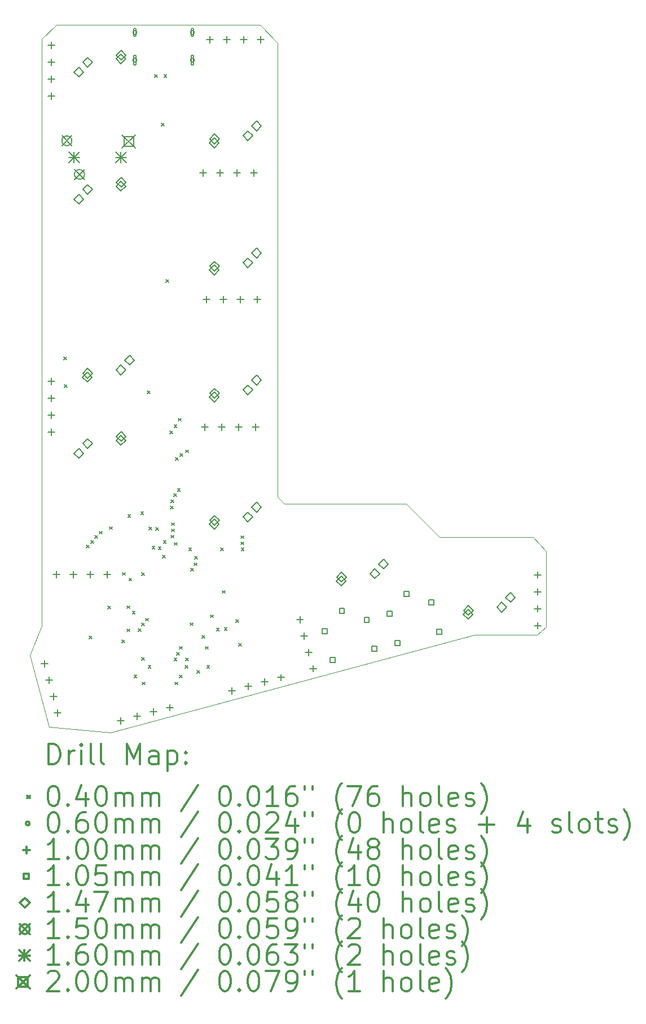
<source format=gbr>
%FSLAX45Y45*%
G04 Gerber Fmt 4.5, Leading zero omitted, Abs format (unit mm)*
G04 Created by KiCad (PCBNEW (5.1.4)-1) date 2023-05-19 09:14:35*
%MOMM*%
%LPD*%
G04 APERTURE LIST*
%ADD10C,0.050000*%
%ADD11C,0.200000*%
%ADD12C,0.300000*%
G04 APERTURE END LIST*
D10*
X18941203Y-37356032D02*
X18941203Y-37136032D01*
X20870000Y-44050000D02*
X21370000Y-44550000D01*
X22770000Y-44550000D02*
X21370000Y-44550000D01*
X20870000Y-44050000D02*
X19040000Y-44050000D01*
X18940000Y-43950000D02*
X19040000Y-44050000D01*
X18941203Y-39261032D02*
X18941203Y-37356032D01*
X15402324Y-37476494D02*
X15402324Y-37256494D01*
X15402324Y-37476494D02*
X15402324Y-39381494D01*
X22770000Y-44550000D02*
X22971202Y-44760000D01*
X21911203Y-46011032D02*
X22831202Y-46011032D01*
X18671203Y-36866032D02*
X18941203Y-37136032D01*
X21911203Y-46011032D02*
X21891203Y-46011032D01*
X21891203Y-46011032D02*
X16430391Y-47480918D01*
X18941203Y-39261032D02*
X18940000Y-43950000D01*
X22971202Y-44760000D02*
X22971202Y-45891032D01*
X22971202Y-45891032D02*
X22831202Y-46011032D01*
X18671203Y-36866032D02*
X15621203Y-36866032D01*
X15508251Y-47394663D02*
X16430391Y-47480918D01*
X15401485Y-45141609D02*
X15400903Y-45039647D01*
X15402190Y-37080639D02*
X15621203Y-36866032D01*
X15400249Y-45873435D02*
X15220438Y-46318483D01*
X15402324Y-37256494D02*
X15402190Y-37080639D01*
X15402324Y-39381494D02*
X15399750Y-43338677D01*
X15399750Y-43338677D02*
X15400903Y-45039647D01*
X15400249Y-45873435D02*
X15401485Y-45141609D01*
X15508251Y-47394663D02*
X15220438Y-46318483D01*
D11*
X15732500Y-41847500D02*
X15772500Y-41887500D01*
X15772500Y-41847500D02*
X15732500Y-41887500D01*
X15740000Y-42259999D02*
X15780000Y-42299999D01*
X15780000Y-42259999D02*
X15740000Y-42299999D01*
X16070000Y-44670000D02*
X16110000Y-44710000D01*
X16110000Y-44670000D02*
X16070000Y-44710000D01*
X16110000Y-46030000D02*
X16150000Y-46070000D01*
X16150000Y-46030000D02*
X16110000Y-46070000D01*
X16139161Y-44598273D02*
X16179161Y-44638273D01*
X16179161Y-44598273D02*
X16139161Y-44638273D01*
X16196773Y-44525648D02*
X16236773Y-44565648D01*
X16236773Y-44525648D02*
X16196773Y-44565648D01*
X16262939Y-44460721D02*
X16302939Y-44500721D01*
X16302939Y-44460721D02*
X16262939Y-44500721D01*
X16390000Y-45580000D02*
X16430000Y-45620000D01*
X16430000Y-45580000D02*
X16390000Y-45620000D01*
X16413803Y-44391700D02*
X16453803Y-44431700D01*
X16453803Y-44391700D02*
X16413803Y-44431700D01*
X16602300Y-46092699D02*
X16642300Y-46132699D01*
X16642300Y-46092699D02*
X16602300Y-46132699D01*
X16612500Y-45077500D02*
X16652500Y-45117500D01*
X16652500Y-45077500D02*
X16612500Y-45117500D01*
X16680000Y-45577599D02*
X16720000Y-45617599D01*
X16720000Y-45577599D02*
X16680000Y-45617599D01*
X16680001Y-45925000D02*
X16720001Y-45965000D01*
X16720001Y-45925000D02*
X16680001Y-45965000D01*
X16690000Y-44210000D02*
X16730000Y-44250000D01*
X16730000Y-44210000D02*
X16690000Y-44250000D01*
X16708235Y-45163234D02*
X16748235Y-45203234D01*
X16748235Y-45163234D02*
X16708235Y-45203234D01*
X16759299Y-45655299D02*
X16799299Y-45695299D01*
X16799299Y-45655299D02*
X16759299Y-45695299D01*
X16785000Y-46615000D02*
X16825000Y-46655000D01*
X16825000Y-46615000D02*
X16785000Y-46655000D01*
X16847498Y-45922502D02*
X16887498Y-45962502D01*
X16887498Y-45922502D02*
X16847498Y-45962502D01*
X16885000Y-44165000D02*
X16925000Y-44205000D01*
X16925000Y-44165000D02*
X16885000Y-44205000D01*
X16898247Y-45833005D02*
X16938247Y-45873005D01*
X16938247Y-45833005D02*
X16898247Y-45873005D01*
X16900000Y-45080000D02*
X16940000Y-45120000D01*
X16940000Y-45080000D02*
X16900000Y-45120000D01*
X16900000Y-46355000D02*
X16940000Y-46395000D01*
X16940000Y-46355000D02*
X16900000Y-46395000D01*
X16905000Y-46720000D02*
X16945000Y-46760000D01*
X16945000Y-46720000D02*
X16905000Y-46760000D01*
X16960021Y-45763886D02*
X17000021Y-45803886D01*
X17000021Y-45763886D02*
X16960021Y-45803886D01*
X16984313Y-42357499D02*
X17024313Y-42397499D01*
X17024313Y-42357499D02*
X16984313Y-42397499D01*
X16995000Y-46470000D02*
X17035000Y-46510000D01*
X17035000Y-46470000D02*
X16995000Y-46510000D01*
X17007500Y-44395000D02*
X17047500Y-44435000D01*
X17047500Y-44395000D02*
X17007500Y-44435000D01*
X17055000Y-44685000D02*
X17095000Y-44725000D01*
X17095000Y-44685000D02*
X17055000Y-44725000D01*
X17092500Y-37612500D02*
X17132500Y-37652500D01*
X17132500Y-37612500D02*
X17092500Y-37652500D01*
X17112500Y-44405000D02*
X17152500Y-44445000D01*
X17152500Y-44405000D02*
X17112500Y-44445000D01*
X17147182Y-44694793D02*
X17187182Y-44734793D01*
X17187182Y-44694793D02*
X17147182Y-44734793D01*
X17197500Y-38340000D02*
X17237500Y-38380000D01*
X17237500Y-38340000D02*
X17197500Y-38380000D01*
X17209882Y-44822500D02*
X17249882Y-44862500D01*
X17249882Y-44822500D02*
X17209882Y-44862500D01*
X17224358Y-44600642D02*
X17264358Y-44640642D01*
X17264358Y-44600642D02*
X17224358Y-44640642D01*
X17232500Y-37615000D02*
X17272500Y-37655000D01*
X17272500Y-37615000D02*
X17232500Y-37655000D01*
X17262299Y-40690000D02*
X17302299Y-40730000D01*
X17302299Y-40690000D02*
X17262299Y-40730000D01*
X17322098Y-42955000D02*
X17362098Y-42995000D01*
X17362098Y-42955000D02*
X17322098Y-42995000D01*
X17333038Y-44082598D02*
X17373038Y-44122598D01*
X17373038Y-44082598D02*
X17333038Y-44122598D01*
X17336306Y-43989955D02*
X17376306Y-44029955D01*
X17376306Y-43989955D02*
X17336306Y-44029955D01*
X17337183Y-44518609D02*
X17377183Y-44558609D01*
X17377183Y-44518609D02*
X17337183Y-44558609D01*
X17346233Y-44426351D02*
X17386233Y-44466351D01*
X17386233Y-44426351D02*
X17346233Y-44466351D01*
X17347299Y-44333656D02*
X17387299Y-44373656D01*
X17387299Y-44333656D02*
X17347299Y-44373656D01*
X17382049Y-43897276D02*
X17422049Y-43937276D01*
X17422049Y-43897276D02*
X17382049Y-43937276D01*
X17384714Y-46358490D02*
X17424714Y-46398490D01*
X17424714Y-46358490D02*
X17384714Y-46398490D01*
X17384799Y-42862727D02*
X17424799Y-42902727D01*
X17424799Y-42862727D02*
X17384799Y-42902727D01*
X17390000Y-44630000D02*
X17430000Y-44670000D01*
X17430000Y-44630000D02*
X17390000Y-44670000D01*
X17400000Y-46720000D02*
X17440000Y-46760000D01*
X17440000Y-46720000D02*
X17400000Y-46760000D01*
X17405114Y-43352501D02*
X17445114Y-43392501D01*
X17445114Y-43352501D02*
X17405114Y-43392501D01*
X17425000Y-46275000D02*
X17465000Y-46315000D01*
X17465000Y-46275000D02*
X17425000Y-46315000D01*
X17435854Y-43821788D02*
X17475854Y-43861788D01*
X17475854Y-43821788D02*
X17435854Y-43861788D01*
X17447500Y-42767500D02*
X17487500Y-42807500D01*
X17487500Y-42767500D02*
X17447500Y-42807500D01*
X17462700Y-46187500D02*
X17502700Y-46227500D01*
X17502700Y-46187500D02*
X17462700Y-46227500D01*
X17462901Y-46615000D02*
X17502901Y-46655000D01*
X17502901Y-46615000D02*
X17462901Y-46655000D01*
X17477180Y-43294191D02*
X17517180Y-43334191D01*
X17517180Y-43294191D02*
X17477180Y-43334191D01*
X17553000Y-46469999D02*
X17593000Y-46509999D01*
X17593000Y-46469999D02*
X17553000Y-46509999D01*
X17560000Y-43240000D02*
X17600000Y-43280000D01*
X17600000Y-43240000D02*
X17560000Y-43280000D01*
X17560587Y-46361890D02*
X17600587Y-46401890D01*
X17600587Y-46361890D02*
X17560587Y-46401890D01*
X17605586Y-44709414D02*
X17645586Y-44749414D01*
X17645586Y-44709414D02*
X17605586Y-44749414D01*
X17627700Y-45832300D02*
X17667700Y-45872300D01*
X17667700Y-45832300D02*
X17627700Y-45872300D01*
X17636146Y-45012431D02*
X17676146Y-45052431D01*
X17676146Y-45012431D02*
X17636146Y-45052431D01*
X17687238Y-44935080D02*
X17727238Y-44975080D01*
X17727238Y-44935080D02*
X17687238Y-44975080D01*
X17692499Y-44835000D02*
X17732499Y-44875000D01*
X17732499Y-44835000D02*
X17692499Y-44875000D01*
X17730400Y-46550000D02*
X17770400Y-46590000D01*
X17770400Y-46550000D02*
X17730400Y-46590000D01*
X17802500Y-46025000D02*
X17842500Y-46065000D01*
X17842500Y-46025000D02*
X17802500Y-46065000D01*
X17852500Y-46187500D02*
X17892500Y-46227500D01*
X17892500Y-46187500D02*
X17852500Y-46227500D01*
X17876915Y-46470000D02*
X17916915Y-46510000D01*
X17916915Y-46470000D02*
X17876915Y-46510000D01*
X17931836Y-45711836D02*
X17971836Y-45751836D01*
X17971836Y-45711836D02*
X17931836Y-45751836D01*
X18021115Y-45911726D02*
X18061115Y-45951726D01*
X18061115Y-45911726D02*
X18021115Y-45951726D01*
X18084107Y-44709414D02*
X18124107Y-44749414D01*
X18124107Y-44709414D02*
X18084107Y-44749414D01*
X18108382Y-45347895D02*
X18148382Y-45387895D01*
X18148382Y-45347895D02*
X18108382Y-45387895D01*
X18138420Y-45906164D02*
X18178420Y-45946164D01*
X18178420Y-45906164D02*
X18138420Y-45946164D01*
X18312500Y-45785000D02*
X18352500Y-45825000D01*
X18352500Y-45785000D02*
X18312500Y-45825000D01*
X18352500Y-46140000D02*
X18392500Y-46180000D01*
X18392500Y-46140000D02*
X18352500Y-46180000D01*
X18390000Y-44620000D02*
X18430000Y-44660000D01*
X18430000Y-44620000D02*
X18390000Y-44660000D01*
X18390000Y-44527300D02*
X18430000Y-44567300D01*
X18430000Y-44527300D02*
X18390000Y-44567300D01*
X18392984Y-44712653D02*
X18432984Y-44752653D01*
X18432984Y-44712653D02*
X18392984Y-44752653D01*
X16825500Y-36981000D02*
G75*
G03X16825500Y-36981000I-30000J0D01*
G01*
X16775500Y-36941000D02*
X16775500Y-37021000D01*
X16815500Y-36941000D02*
X16815500Y-37021000D01*
X16775500Y-37021000D02*
G75*
G03X16815500Y-37021000I20000J0D01*
G01*
X16815500Y-36941000D02*
G75*
G03X16775500Y-36941000I-20000J0D01*
G01*
X16825500Y-37398000D02*
G75*
G03X16825500Y-37398000I-30000J0D01*
G01*
X16775500Y-37343000D02*
X16775500Y-37453000D01*
X16815500Y-37343000D02*
X16815500Y-37453000D01*
X16775500Y-37453000D02*
G75*
G03X16815500Y-37453000I20000J0D01*
G01*
X16815500Y-37343000D02*
G75*
G03X16775500Y-37343000I-20000J0D01*
G01*
X17689500Y-36981000D02*
G75*
G03X17689500Y-36981000I-30000J0D01*
G01*
X17639500Y-36941000D02*
X17639500Y-37021000D01*
X17679500Y-36941000D02*
X17679500Y-37021000D01*
X17639500Y-37021000D02*
G75*
G03X17679500Y-37021000I20000J0D01*
G01*
X17679500Y-36941000D02*
G75*
G03X17639500Y-36941000I-20000J0D01*
G01*
X17689500Y-37398000D02*
G75*
G03X17689500Y-37398000I-30000J0D01*
G01*
X17639500Y-37343000D02*
X17639500Y-37453000D01*
X17679500Y-37343000D02*
X17679500Y-37453000D01*
X17639500Y-37453000D02*
G75*
G03X17679500Y-37453000I20000J0D01*
G01*
X17679500Y-37343000D02*
G75*
G03X17639500Y-37343000I-20000J0D01*
G01*
X17921000Y-37036000D02*
X17921000Y-37136000D01*
X17871000Y-37086000D02*
X17971000Y-37086000D01*
X18175000Y-37036000D02*
X18175000Y-37136000D01*
X18125000Y-37086000D02*
X18225000Y-37086000D01*
X18429000Y-37036000D02*
X18429000Y-37136000D01*
X18379000Y-37086000D02*
X18479000Y-37086000D01*
X18683000Y-37036000D02*
X18683000Y-37136000D01*
X18633000Y-37086000D02*
X18733000Y-37086000D01*
X17873901Y-40934201D02*
X17873901Y-41034201D01*
X17823901Y-40984201D02*
X17923901Y-40984201D01*
X18127901Y-40934201D02*
X18127901Y-41034201D01*
X18077901Y-40984201D02*
X18177901Y-40984201D01*
X18381901Y-40934201D02*
X18381901Y-41034201D01*
X18331901Y-40984201D02*
X18431901Y-40984201D01*
X18635901Y-40934201D02*
X18635901Y-41034201D01*
X18585901Y-40984201D02*
X18685901Y-40984201D01*
X15541202Y-42161028D02*
X15541202Y-42261028D01*
X15491202Y-42211028D02*
X15591202Y-42211028D01*
X15541202Y-42415028D02*
X15541202Y-42515028D01*
X15491202Y-42465028D02*
X15591202Y-42465028D01*
X15541202Y-42669028D02*
X15541202Y-42769028D01*
X15491202Y-42719028D02*
X15591202Y-42719028D01*
X15541202Y-42923028D02*
X15541202Y-43023028D01*
X15491202Y-42973028D02*
X15591202Y-42973028D01*
X22841202Y-45061032D02*
X22841202Y-45161032D01*
X22791202Y-45111032D02*
X22891202Y-45111032D01*
X22841202Y-45315032D02*
X22841202Y-45415032D01*
X22791202Y-45365032D02*
X22891202Y-45365032D01*
X22841202Y-45569032D02*
X22841202Y-45669032D01*
X22791202Y-45619032D02*
X22891202Y-45619032D01*
X22841202Y-45823032D02*
X22841202Y-45923032D01*
X22791202Y-45873032D02*
X22891202Y-45873032D01*
X15441893Y-46395462D02*
X15441893Y-46495462D01*
X15391893Y-46445462D02*
X15491893Y-46445462D01*
X15507633Y-46640807D02*
X15507633Y-46740807D01*
X15457633Y-46690807D02*
X15557633Y-46690807D01*
X15573373Y-46886153D02*
X15573373Y-46986153D01*
X15523373Y-46936153D02*
X15623373Y-46936153D01*
X15639113Y-47131498D02*
X15639113Y-47231498D01*
X15589113Y-47181498D02*
X15689113Y-47181498D01*
X16585167Y-47248252D02*
X16585167Y-47348252D01*
X16535167Y-47298252D02*
X16635167Y-47298252D01*
X16830512Y-47182512D02*
X16830512Y-47282512D01*
X16780512Y-47232512D02*
X16880512Y-47232512D01*
X17075857Y-47116772D02*
X17075857Y-47216772D01*
X17025857Y-47166772D02*
X17125857Y-47166772D01*
X17321203Y-47051032D02*
X17321203Y-47151032D01*
X17271203Y-47101032D02*
X17371203Y-47101032D01*
X15545873Y-37126079D02*
X15545873Y-37226079D01*
X15495873Y-37176079D02*
X15595873Y-37176079D01*
X15545873Y-37380079D02*
X15545873Y-37480079D01*
X15495873Y-37430079D02*
X15595873Y-37430079D01*
X15545873Y-37634079D02*
X15545873Y-37734079D01*
X15495873Y-37684079D02*
X15595873Y-37684079D01*
X15545873Y-37888079D02*
X15545873Y-37988079D01*
X15495873Y-37938079D02*
X15595873Y-37938079D01*
X17821203Y-39036032D02*
X17821203Y-39136032D01*
X17771203Y-39086032D02*
X17871203Y-39086032D01*
X18075203Y-39036032D02*
X18075203Y-39136032D01*
X18025203Y-39086032D02*
X18125203Y-39086032D01*
X18329203Y-39036032D02*
X18329203Y-39136032D01*
X18279203Y-39086032D02*
X18379203Y-39086032D01*
X18583203Y-39036032D02*
X18583203Y-39136032D01*
X18533203Y-39086032D02*
X18633203Y-39086032D01*
X15619592Y-45058497D02*
X15619592Y-45158497D01*
X15569592Y-45108497D02*
X15669592Y-45108497D01*
X15873592Y-45058497D02*
X15873592Y-45158497D01*
X15823592Y-45108497D02*
X15923592Y-45108497D01*
X16127592Y-45058497D02*
X16127592Y-45158497D01*
X16077592Y-45108497D02*
X16177592Y-45108497D01*
X16381592Y-45058497D02*
X16381592Y-45158497D01*
X16331592Y-45108497D02*
X16431592Y-45108497D01*
X19272643Y-45730790D02*
X19272643Y-45830790D01*
X19222643Y-45780790D02*
X19322643Y-45780790D01*
X19338383Y-45976135D02*
X19338383Y-46076135D01*
X19288383Y-46026135D02*
X19388383Y-46026135D01*
X19404123Y-46221481D02*
X19404123Y-46321481D01*
X19354123Y-46271481D02*
X19454123Y-46271481D01*
X19469863Y-46466826D02*
X19469863Y-46566826D01*
X19419863Y-46516826D02*
X19519863Y-46516826D01*
X17843672Y-42845785D02*
X17843672Y-42945785D01*
X17793672Y-42895785D02*
X17893672Y-42895785D01*
X18097672Y-42845785D02*
X18097672Y-42945785D01*
X18047672Y-42895785D02*
X18147672Y-42895785D01*
X18351672Y-42845785D02*
X18351672Y-42945785D01*
X18301672Y-42895785D02*
X18401672Y-42895785D01*
X18605672Y-42845785D02*
X18605672Y-42945785D01*
X18555672Y-42895785D02*
X18655672Y-42895785D01*
X18255167Y-46798252D02*
X18255167Y-46898252D01*
X18205167Y-46848252D02*
X18305167Y-46848252D01*
X18500512Y-46732512D02*
X18500512Y-46832512D01*
X18450512Y-46782512D02*
X18550512Y-46782512D01*
X18745857Y-46666772D02*
X18745857Y-46766772D01*
X18695857Y-46716772D02*
X18795857Y-46716772D01*
X18991202Y-46601032D02*
X18991202Y-46701032D01*
X18941202Y-46651032D02*
X19041202Y-46651032D01*
X20654731Y-45734556D02*
X20654731Y-45660309D01*
X20580484Y-45660309D01*
X20580484Y-45734556D01*
X20654731Y-45734556D01*
X20771958Y-46169019D02*
X20771958Y-46094772D01*
X20697711Y-46094772D01*
X20697711Y-46169019D01*
X20771958Y-46169019D01*
X20909897Y-45432661D02*
X20909897Y-45358414D01*
X20835650Y-45358414D01*
X20835650Y-45432661D01*
X20909897Y-45432661D01*
X21282289Y-45565228D02*
X21282289Y-45490981D01*
X21208042Y-45490981D01*
X21208042Y-45565228D01*
X21282289Y-45565228D01*
X21399516Y-45999691D02*
X21399516Y-45925444D01*
X21325269Y-45925444D01*
X21325269Y-45999691D01*
X21399516Y-45999691D01*
X19684731Y-45994556D02*
X19684731Y-45920309D01*
X19610484Y-45920309D01*
X19610484Y-45994556D01*
X19684731Y-45994556D01*
X19801958Y-46429019D02*
X19801958Y-46354772D01*
X19727711Y-46354772D01*
X19727711Y-46429019D01*
X19801958Y-46429019D01*
X19939897Y-45692661D02*
X19939897Y-45618414D01*
X19865650Y-45618414D01*
X19865650Y-45692661D01*
X19939897Y-45692661D01*
X20312289Y-45825228D02*
X20312289Y-45750981D01*
X20238042Y-45750981D01*
X20238042Y-45825228D01*
X20312289Y-45825228D01*
X20429516Y-46259691D02*
X20429516Y-46185444D01*
X20355269Y-46185444D01*
X20355269Y-46259691D01*
X20429516Y-46259691D01*
X17987203Y-44427532D02*
X18060703Y-44354032D01*
X17987203Y-44280532D01*
X17913703Y-44354032D01*
X17987203Y-44427532D01*
X17991203Y-44369532D02*
X18064703Y-44296032D01*
X17991203Y-44222532D01*
X17917703Y-44296032D01*
X17991203Y-44369532D01*
X18491203Y-44319532D02*
X18564703Y-44246032D01*
X18491203Y-44172532D01*
X18417703Y-44246032D01*
X18491203Y-44319532D01*
X18622203Y-44173532D02*
X18695703Y-44100032D01*
X18622203Y-44026532D01*
X18548703Y-44100032D01*
X18622203Y-44173532D01*
X15955203Y-39555532D02*
X16028703Y-39482032D01*
X15955203Y-39408532D01*
X15881703Y-39482032D01*
X15955203Y-39555532D01*
X16086203Y-39409532D02*
X16159703Y-39336032D01*
X16086203Y-39262532D01*
X16012703Y-39336032D01*
X16086203Y-39409532D01*
X16586203Y-39359532D02*
X16659703Y-39286032D01*
X16586203Y-39212532D01*
X16512703Y-39286032D01*
X16586203Y-39359532D01*
X16590203Y-39301532D02*
X16663703Y-39228032D01*
X16590203Y-39154532D01*
X16516703Y-39228032D01*
X16590203Y-39301532D01*
X17987203Y-42522532D02*
X18060703Y-42449032D01*
X17987203Y-42375532D01*
X17913703Y-42449032D01*
X17987203Y-42522532D01*
X17991203Y-42464532D02*
X18064703Y-42391032D01*
X17991203Y-42317532D01*
X17917703Y-42391032D01*
X17991203Y-42464532D01*
X18491203Y-42414532D02*
X18564703Y-42341032D01*
X18491203Y-42267532D01*
X18417703Y-42341032D01*
X18491203Y-42414532D01*
X18622203Y-42268532D02*
X18695703Y-42195032D01*
X18622203Y-42121532D01*
X18548703Y-42195032D01*
X18622203Y-42268532D01*
X15955203Y-37649500D02*
X16028703Y-37576000D01*
X15955203Y-37502500D01*
X15881703Y-37576000D01*
X15955203Y-37649500D01*
X16086203Y-37503500D02*
X16159703Y-37430000D01*
X16086203Y-37356500D01*
X16012703Y-37430000D01*
X16086203Y-37503500D01*
X16586203Y-37453500D02*
X16659703Y-37380000D01*
X16586203Y-37306500D01*
X16512703Y-37380000D01*
X16586203Y-37453500D01*
X16590203Y-37395500D02*
X16663703Y-37322000D01*
X16590203Y-37248500D01*
X16516703Y-37322000D01*
X16590203Y-37395500D01*
X15955202Y-43365532D02*
X16028702Y-43292032D01*
X15955202Y-43218532D01*
X15881702Y-43292032D01*
X15955202Y-43365532D01*
X16086202Y-43219532D02*
X16159702Y-43146032D01*
X16086202Y-43072532D01*
X16012702Y-43146032D01*
X16086202Y-43219532D01*
X16586202Y-43169532D02*
X16659702Y-43096032D01*
X16586202Y-43022532D01*
X16512702Y-43096032D01*
X16586202Y-43169532D01*
X16590202Y-43111532D02*
X16663702Y-43038032D01*
X16590202Y-42964532D01*
X16516702Y-43038032D01*
X16590202Y-43111532D01*
X21797203Y-45777532D02*
X21870703Y-45704032D01*
X21797203Y-45630532D01*
X21723703Y-45704032D01*
X21797203Y-45777532D01*
X21801203Y-45719532D02*
X21874703Y-45646032D01*
X21801203Y-45572532D01*
X21727703Y-45646032D01*
X21801203Y-45719532D01*
X22301203Y-45669532D02*
X22374702Y-45596032D01*
X22301203Y-45522532D01*
X22227703Y-45596032D01*
X22301203Y-45669532D01*
X22432202Y-45523532D02*
X22505702Y-45450032D01*
X22432202Y-45376532D01*
X22358703Y-45450032D01*
X22432202Y-45523532D01*
X17987203Y-38711500D02*
X18060703Y-38638000D01*
X17987203Y-38564500D01*
X17913703Y-38638000D01*
X17987203Y-38711500D01*
X17991203Y-38653500D02*
X18064703Y-38580000D01*
X17991203Y-38506500D01*
X17917703Y-38580000D01*
X17991203Y-38653500D01*
X18491203Y-38603500D02*
X18564703Y-38530000D01*
X18491203Y-38456500D01*
X18417703Y-38530000D01*
X18491203Y-38603500D01*
X18622203Y-38457500D02*
X18695703Y-38384000D01*
X18622203Y-38310500D01*
X18548703Y-38384000D01*
X18622203Y-38457500D01*
X19892203Y-45277532D02*
X19965703Y-45204032D01*
X19892203Y-45130532D01*
X19818703Y-45204032D01*
X19892203Y-45277532D01*
X19896203Y-45219532D02*
X19969703Y-45146032D01*
X19896203Y-45072532D01*
X19822703Y-45146032D01*
X19896203Y-45219532D01*
X20396203Y-45169532D02*
X20469703Y-45096032D01*
X20396203Y-45022532D01*
X20322703Y-45096032D01*
X20396203Y-45169532D01*
X20527203Y-45023532D02*
X20600703Y-44950032D01*
X20527203Y-44876532D01*
X20453703Y-44950032D01*
X20527203Y-45023532D01*
X17987203Y-40617532D02*
X18060703Y-40544032D01*
X17987203Y-40470532D01*
X17913703Y-40544032D01*
X17987203Y-40617532D01*
X17991203Y-40559532D02*
X18064703Y-40486032D01*
X17991203Y-40412532D01*
X17917703Y-40486032D01*
X17991203Y-40559532D01*
X18491203Y-40509532D02*
X18564703Y-40436032D01*
X18491203Y-40362532D01*
X18417703Y-40436032D01*
X18491203Y-40509532D01*
X18622203Y-40363532D02*
X18695703Y-40290032D01*
X18622203Y-40216532D01*
X18548703Y-40290032D01*
X18622203Y-40363532D01*
X16082202Y-42222532D02*
X16155702Y-42149032D01*
X16082202Y-42075532D01*
X16008702Y-42149032D01*
X16082202Y-42222532D01*
X16086202Y-42164532D02*
X16159702Y-42091032D01*
X16086202Y-42017532D01*
X16012702Y-42091032D01*
X16086202Y-42164532D01*
X16586202Y-42114532D02*
X16659702Y-42041032D01*
X16586202Y-41967532D01*
X16512702Y-42041032D01*
X16586202Y-42114532D01*
X16717202Y-41968532D02*
X16790703Y-41895032D01*
X16717202Y-41821532D01*
X16643702Y-41895032D01*
X16717202Y-41968532D01*
X15700000Y-38530000D02*
X15850000Y-38680000D01*
X15850000Y-38530000D02*
X15700000Y-38680000D01*
X15850000Y-38605000D02*
G75*
G03X15850000Y-38605000I-75000J0D01*
G01*
X15890000Y-39035000D02*
X16040000Y-39185000D01*
X16040000Y-39035000D02*
X15890000Y-39185000D01*
X16040000Y-39110000D02*
G75*
G03X16040000Y-39110000I-75000J0D01*
G01*
X15805000Y-38777500D02*
X15965000Y-38937500D01*
X15965000Y-38777500D02*
X15805000Y-38937500D01*
X15885000Y-38777500D02*
X15885000Y-38937500D01*
X15805000Y-38857500D02*
X15965000Y-38857500D01*
X16505000Y-38777500D02*
X16665000Y-38937500D01*
X16665000Y-38777500D02*
X16505000Y-38937500D01*
X16585000Y-38777500D02*
X16585000Y-38937500D01*
X16505000Y-38857500D02*
X16665000Y-38857500D01*
X16605000Y-38517500D02*
X16805000Y-38717500D01*
X16805000Y-38517500D02*
X16605000Y-38717500D01*
X16775711Y-38688211D02*
X16775711Y-38546789D01*
X16634289Y-38546789D01*
X16634289Y-38688211D01*
X16775711Y-38688211D01*
D12*
X15504366Y-47949133D02*
X15504366Y-47649133D01*
X15575795Y-47649133D01*
X15618652Y-47663419D01*
X15647223Y-47691990D01*
X15661509Y-47720561D01*
X15675795Y-47777704D01*
X15675795Y-47820561D01*
X15661509Y-47877704D01*
X15647223Y-47906276D01*
X15618652Y-47934847D01*
X15575795Y-47949133D01*
X15504366Y-47949133D01*
X15804366Y-47949133D02*
X15804366Y-47749133D01*
X15804366Y-47806276D02*
X15818652Y-47777704D01*
X15832938Y-47763419D01*
X15861509Y-47749133D01*
X15890080Y-47749133D01*
X15990080Y-47949133D02*
X15990080Y-47749133D01*
X15990080Y-47649133D02*
X15975795Y-47663419D01*
X15990080Y-47677704D01*
X16004366Y-47663419D01*
X15990080Y-47649133D01*
X15990080Y-47677704D01*
X16175795Y-47949133D02*
X16147223Y-47934847D01*
X16132938Y-47906276D01*
X16132938Y-47649133D01*
X16332938Y-47949133D02*
X16304366Y-47934847D01*
X16290080Y-47906276D01*
X16290080Y-47649133D01*
X16675795Y-47949133D02*
X16675795Y-47649133D01*
X16775795Y-47863419D01*
X16875795Y-47649133D01*
X16875795Y-47949133D01*
X17147223Y-47949133D02*
X17147223Y-47791990D01*
X17132938Y-47763419D01*
X17104366Y-47749133D01*
X17047223Y-47749133D01*
X17018652Y-47763419D01*
X17147223Y-47934847D02*
X17118652Y-47949133D01*
X17047223Y-47949133D01*
X17018652Y-47934847D01*
X17004366Y-47906276D01*
X17004366Y-47877704D01*
X17018652Y-47849133D01*
X17047223Y-47834847D01*
X17118652Y-47834847D01*
X17147223Y-47820561D01*
X17290081Y-47749133D02*
X17290081Y-48049133D01*
X17290081Y-47763419D02*
X17318652Y-47749133D01*
X17375795Y-47749133D01*
X17404366Y-47763419D01*
X17418652Y-47777704D01*
X17432938Y-47806276D01*
X17432938Y-47891990D01*
X17418652Y-47920561D01*
X17404366Y-47934847D01*
X17375795Y-47949133D01*
X17318652Y-47949133D01*
X17290081Y-47934847D01*
X17561509Y-47920561D02*
X17575795Y-47934847D01*
X17561509Y-47949133D01*
X17547223Y-47934847D01*
X17561509Y-47920561D01*
X17561509Y-47949133D01*
X17561509Y-47763419D02*
X17575795Y-47777704D01*
X17561509Y-47791990D01*
X17547223Y-47777704D01*
X17561509Y-47763419D01*
X17561509Y-47791990D01*
X15177938Y-48423419D02*
X15217938Y-48463419D01*
X15217938Y-48423419D02*
X15177938Y-48463419D01*
X15561509Y-48279133D02*
X15590080Y-48279133D01*
X15618652Y-48293419D01*
X15632938Y-48307704D01*
X15647223Y-48336276D01*
X15661509Y-48393419D01*
X15661509Y-48464847D01*
X15647223Y-48521990D01*
X15632938Y-48550561D01*
X15618652Y-48564847D01*
X15590080Y-48579133D01*
X15561509Y-48579133D01*
X15532938Y-48564847D01*
X15518652Y-48550561D01*
X15504366Y-48521990D01*
X15490080Y-48464847D01*
X15490080Y-48393419D01*
X15504366Y-48336276D01*
X15518652Y-48307704D01*
X15532938Y-48293419D01*
X15561509Y-48279133D01*
X15790080Y-48550561D02*
X15804366Y-48564847D01*
X15790080Y-48579133D01*
X15775795Y-48564847D01*
X15790080Y-48550561D01*
X15790080Y-48579133D01*
X16061509Y-48379133D02*
X16061509Y-48579133D01*
X15990080Y-48264847D02*
X15918652Y-48479133D01*
X16104366Y-48479133D01*
X16275795Y-48279133D02*
X16304366Y-48279133D01*
X16332938Y-48293419D01*
X16347223Y-48307704D01*
X16361509Y-48336276D01*
X16375795Y-48393419D01*
X16375795Y-48464847D01*
X16361509Y-48521990D01*
X16347223Y-48550561D01*
X16332938Y-48564847D01*
X16304366Y-48579133D01*
X16275795Y-48579133D01*
X16247223Y-48564847D01*
X16232938Y-48550561D01*
X16218652Y-48521990D01*
X16204366Y-48464847D01*
X16204366Y-48393419D01*
X16218652Y-48336276D01*
X16232938Y-48307704D01*
X16247223Y-48293419D01*
X16275795Y-48279133D01*
X16504366Y-48579133D02*
X16504366Y-48379133D01*
X16504366Y-48407704D02*
X16518652Y-48393419D01*
X16547223Y-48379133D01*
X16590080Y-48379133D01*
X16618652Y-48393419D01*
X16632938Y-48421990D01*
X16632938Y-48579133D01*
X16632938Y-48421990D02*
X16647223Y-48393419D01*
X16675795Y-48379133D01*
X16718652Y-48379133D01*
X16747223Y-48393419D01*
X16761509Y-48421990D01*
X16761509Y-48579133D01*
X16904366Y-48579133D02*
X16904366Y-48379133D01*
X16904366Y-48407704D02*
X16918652Y-48393419D01*
X16947223Y-48379133D01*
X16990081Y-48379133D01*
X17018652Y-48393419D01*
X17032938Y-48421990D01*
X17032938Y-48579133D01*
X17032938Y-48421990D02*
X17047223Y-48393419D01*
X17075795Y-48379133D01*
X17118652Y-48379133D01*
X17147223Y-48393419D01*
X17161509Y-48421990D01*
X17161509Y-48579133D01*
X17747223Y-48264847D02*
X17490081Y-48650561D01*
X18132938Y-48279133D02*
X18161509Y-48279133D01*
X18190081Y-48293419D01*
X18204366Y-48307704D01*
X18218652Y-48336276D01*
X18232938Y-48393419D01*
X18232938Y-48464847D01*
X18218652Y-48521990D01*
X18204366Y-48550561D01*
X18190081Y-48564847D01*
X18161509Y-48579133D01*
X18132938Y-48579133D01*
X18104366Y-48564847D01*
X18090081Y-48550561D01*
X18075795Y-48521990D01*
X18061509Y-48464847D01*
X18061509Y-48393419D01*
X18075795Y-48336276D01*
X18090081Y-48307704D01*
X18104366Y-48293419D01*
X18132938Y-48279133D01*
X18361509Y-48550561D02*
X18375795Y-48564847D01*
X18361509Y-48579133D01*
X18347223Y-48564847D01*
X18361509Y-48550561D01*
X18361509Y-48579133D01*
X18561509Y-48279133D02*
X18590081Y-48279133D01*
X18618652Y-48293419D01*
X18632938Y-48307704D01*
X18647223Y-48336276D01*
X18661509Y-48393419D01*
X18661509Y-48464847D01*
X18647223Y-48521990D01*
X18632938Y-48550561D01*
X18618652Y-48564847D01*
X18590081Y-48579133D01*
X18561509Y-48579133D01*
X18532938Y-48564847D01*
X18518652Y-48550561D01*
X18504366Y-48521990D01*
X18490081Y-48464847D01*
X18490081Y-48393419D01*
X18504366Y-48336276D01*
X18518652Y-48307704D01*
X18532938Y-48293419D01*
X18561509Y-48279133D01*
X18947223Y-48579133D02*
X18775795Y-48579133D01*
X18861509Y-48579133D02*
X18861509Y-48279133D01*
X18832938Y-48321990D01*
X18804366Y-48350561D01*
X18775795Y-48364847D01*
X19204366Y-48279133D02*
X19147223Y-48279133D01*
X19118652Y-48293419D01*
X19104366Y-48307704D01*
X19075795Y-48350561D01*
X19061509Y-48407704D01*
X19061509Y-48521990D01*
X19075795Y-48550561D01*
X19090081Y-48564847D01*
X19118652Y-48579133D01*
X19175795Y-48579133D01*
X19204366Y-48564847D01*
X19218652Y-48550561D01*
X19232938Y-48521990D01*
X19232938Y-48450561D01*
X19218652Y-48421990D01*
X19204366Y-48407704D01*
X19175795Y-48393419D01*
X19118652Y-48393419D01*
X19090081Y-48407704D01*
X19075795Y-48421990D01*
X19061509Y-48450561D01*
X19347223Y-48279133D02*
X19347223Y-48336276D01*
X19461509Y-48279133D02*
X19461509Y-48336276D01*
X19904366Y-48693419D02*
X19890081Y-48679133D01*
X19861509Y-48636276D01*
X19847223Y-48607704D01*
X19832938Y-48564847D01*
X19818652Y-48493419D01*
X19818652Y-48436276D01*
X19832938Y-48364847D01*
X19847223Y-48321990D01*
X19861509Y-48293419D01*
X19890081Y-48250561D01*
X19904366Y-48236276D01*
X19990081Y-48279133D02*
X20190081Y-48279133D01*
X20061509Y-48579133D01*
X20432938Y-48279133D02*
X20375795Y-48279133D01*
X20347223Y-48293419D01*
X20332938Y-48307704D01*
X20304366Y-48350561D01*
X20290081Y-48407704D01*
X20290081Y-48521990D01*
X20304366Y-48550561D01*
X20318652Y-48564847D01*
X20347223Y-48579133D01*
X20404366Y-48579133D01*
X20432938Y-48564847D01*
X20447223Y-48550561D01*
X20461509Y-48521990D01*
X20461509Y-48450561D01*
X20447223Y-48421990D01*
X20432938Y-48407704D01*
X20404366Y-48393419D01*
X20347223Y-48393419D01*
X20318652Y-48407704D01*
X20304366Y-48421990D01*
X20290081Y-48450561D01*
X20818652Y-48579133D02*
X20818652Y-48279133D01*
X20947223Y-48579133D02*
X20947223Y-48421990D01*
X20932938Y-48393419D01*
X20904366Y-48379133D01*
X20861509Y-48379133D01*
X20832938Y-48393419D01*
X20818652Y-48407704D01*
X21132938Y-48579133D02*
X21104366Y-48564847D01*
X21090081Y-48550561D01*
X21075795Y-48521990D01*
X21075795Y-48436276D01*
X21090081Y-48407704D01*
X21104366Y-48393419D01*
X21132938Y-48379133D01*
X21175795Y-48379133D01*
X21204366Y-48393419D01*
X21218652Y-48407704D01*
X21232938Y-48436276D01*
X21232938Y-48521990D01*
X21218652Y-48550561D01*
X21204366Y-48564847D01*
X21175795Y-48579133D01*
X21132938Y-48579133D01*
X21404366Y-48579133D02*
X21375795Y-48564847D01*
X21361509Y-48536276D01*
X21361509Y-48279133D01*
X21632938Y-48564847D02*
X21604366Y-48579133D01*
X21547223Y-48579133D01*
X21518652Y-48564847D01*
X21504366Y-48536276D01*
X21504366Y-48421990D01*
X21518652Y-48393419D01*
X21547223Y-48379133D01*
X21604366Y-48379133D01*
X21632938Y-48393419D01*
X21647223Y-48421990D01*
X21647223Y-48450561D01*
X21504366Y-48479133D01*
X21761509Y-48564847D02*
X21790081Y-48579133D01*
X21847223Y-48579133D01*
X21875795Y-48564847D01*
X21890081Y-48536276D01*
X21890081Y-48521990D01*
X21875795Y-48493419D01*
X21847223Y-48479133D01*
X21804366Y-48479133D01*
X21775795Y-48464847D01*
X21761509Y-48436276D01*
X21761509Y-48421990D01*
X21775795Y-48393419D01*
X21804366Y-48379133D01*
X21847223Y-48379133D01*
X21875795Y-48393419D01*
X21990081Y-48693419D02*
X22004366Y-48679133D01*
X22032938Y-48636276D01*
X22047223Y-48607704D01*
X22061509Y-48564847D01*
X22075795Y-48493419D01*
X22075795Y-48436276D01*
X22061509Y-48364847D01*
X22047223Y-48321990D01*
X22032938Y-48293419D01*
X22004366Y-48250561D01*
X21990081Y-48236276D01*
X15217938Y-48839419D02*
G75*
G03X15217938Y-48839419I-30000J0D01*
G01*
X15561509Y-48675133D02*
X15590080Y-48675133D01*
X15618652Y-48689419D01*
X15632938Y-48703704D01*
X15647223Y-48732276D01*
X15661509Y-48789419D01*
X15661509Y-48860847D01*
X15647223Y-48917990D01*
X15632938Y-48946561D01*
X15618652Y-48960847D01*
X15590080Y-48975133D01*
X15561509Y-48975133D01*
X15532938Y-48960847D01*
X15518652Y-48946561D01*
X15504366Y-48917990D01*
X15490080Y-48860847D01*
X15490080Y-48789419D01*
X15504366Y-48732276D01*
X15518652Y-48703704D01*
X15532938Y-48689419D01*
X15561509Y-48675133D01*
X15790080Y-48946561D02*
X15804366Y-48960847D01*
X15790080Y-48975133D01*
X15775795Y-48960847D01*
X15790080Y-48946561D01*
X15790080Y-48975133D01*
X16061509Y-48675133D02*
X16004366Y-48675133D01*
X15975795Y-48689419D01*
X15961509Y-48703704D01*
X15932938Y-48746561D01*
X15918652Y-48803704D01*
X15918652Y-48917990D01*
X15932938Y-48946561D01*
X15947223Y-48960847D01*
X15975795Y-48975133D01*
X16032938Y-48975133D01*
X16061509Y-48960847D01*
X16075795Y-48946561D01*
X16090080Y-48917990D01*
X16090080Y-48846561D01*
X16075795Y-48817990D01*
X16061509Y-48803704D01*
X16032938Y-48789419D01*
X15975795Y-48789419D01*
X15947223Y-48803704D01*
X15932938Y-48817990D01*
X15918652Y-48846561D01*
X16275795Y-48675133D02*
X16304366Y-48675133D01*
X16332938Y-48689419D01*
X16347223Y-48703704D01*
X16361509Y-48732276D01*
X16375795Y-48789419D01*
X16375795Y-48860847D01*
X16361509Y-48917990D01*
X16347223Y-48946561D01*
X16332938Y-48960847D01*
X16304366Y-48975133D01*
X16275795Y-48975133D01*
X16247223Y-48960847D01*
X16232938Y-48946561D01*
X16218652Y-48917990D01*
X16204366Y-48860847D01*
X16204366Y-48789419D01*
X16218652Y-48732276D01*
X16232938Y-48703704D01*
X16247223Y-48689419D01*
X16275795Y-48675133D01*
X16504366Y-48975133D02*
X16504366Y-48775133D01*
X16504366Y-48803704D02*
X16518652Y-48789419D01*
X16547223Y-48775133D01*
X16590080Y-48775133D01*
X16618652Y-48789419D01*
X16632938Y-48817990D01*
X16632938Y-48975133D01*
X16632938Y-48817990D02*
X16647223Y-48789419D01*
X16675795Y-48775133D01*
X16718652Y-48775133D01*
X16747223Y-48789419D01*
X16761509Y-48817990D01*
X16761509Y-48975133D01*
X16904366Y-48975133D02*
X16904366Y-48775133D01*
X16904366Y-48803704D02*
X16918652Y-48789419D01*
X16947223Y-48775133D01*
X16990081Y-48775133D01*
X17018652Y-48789419D01*
X17032938Y-48817990D01*
X17032938Y-48975133D01*
X17032938Y-48817990D02*
X17047223Y-48789419D01*
X17075795Y-48775133D01*
X17118652Y-48775133D01*
X17147223Y-48789419D01*
X17161509Y-48817990D01*
X17161509Y-48975133D01*
X17747223Y-48660847D02*
X17490081Y-49046561D01*
X18132938Y-48675133D02*
X18161509Y-48675133D01*
X18190081Y-48689419D01*
X18204366Y-48703704D01*
X18218652Y-48732276D01*
X18232938Y-48789419D01*
X18232938Y-48860847D01*
X18218652Y-48917990D01*
X18204366Y-48946561D01*
X18190081Y-48960847D01*
X18161509Y-48975133D01*
X18132938Y-48975133D01*
X18104366Y-48960847D01*
X18090081Y-48946561D01*
X18075795Y-48917990D01*
X18061509Y-48860847D01*
X18061509Y-48789419D01*
X18075795Y-48732276D01*
X18090081Y-48703704D01*
X18104366Y-48689419D01*
X18132938Y-48675133D01*
X18361509Y-48946561D02*
X18375795Y-48960847D01*
X18361509Y-48975133D01*
X18347223Y-48960847D01*
X18361509Y-48946561D01*
X18361509Y-48975133D01*
X18561509Y-48675133D02*
X18590081Y-48675133D01*
X18618652Y-48689419D01*
X18632938Y-48703704D01*
X18647223Y-48732276D01*
X18661509Y-48789419D01*
X18661509Y-48860847D01*
X18647223Y-48917990D01*
X18632938Y-48946561D01*
X18618652Y-48960847D01*
X18590081Y-48975133D01*
X18561509Y-48975133D01*
X18532938Y-48960847D01*
X18518652Y-48946561D01*
X18504366Y-48917990D01*
X18490081Y-48860847D01*
X18490081Y-48789419D01*
X18504366Y-48732276D01*
X18518652Y-48703704D01*
X18532938Y-48689419D01*
X18561509Y-48675133D01*
X18775795Y-48703704D02*
X18790081Y-48689419D01*
X18818652Y-48675133D01*
X18890081Y-48675133D01*
X18918652Y-48689419D01*
X18932938Y-48703704D01*
X18947223Y-48732276D01*
X18947223Y-48760847D01*
X18932938Y-48803704D01*
X18761509Y-48975133D01*
X18947223Y-48975133D01*
X19204366Y-48775133D02*
X19204366Y-48975133D01*
X19132938Y-48660847D02*
X19061509Y-48875133D01*
X19247223Y-48875133D01*
X19347223Y-48675133D02*
X19347223Y-48732276D01*
X19461509Y-48675133D02*
X19461509Y-48732276D01*
X19904366Y-49089419D02*
X19890081Y-49075133D01*
X19861509Y-49032276D01*
X19847223Y-49003704D01*
X19832938Y-48960847D01*
X19818652Y-48889419D01*
X19818652Y-48832276D01*
X19832938Y-48760847D01*
X19847223Y-48717990D01*
X19861509Y-48689419D01*
X19890081Y-48646561D01*
X19904366Y-48632276D01*
X20075795Y-48675133D02*
X20104366Y-48675133D01*
X20132938Y-48689419D01*
X20147223Y-48703704D01*
X20161509Y-48732276D01*
X20175795Y-48789419D01*
X20175795Y-48860847D01*
X20161509Y-48917990D01*
X20147223Y-48946561D01*
X20132938Y-48960847D01*
X20104366Y-48975133D01*
X20075795Y-48975133D01*
X20047223Y-48960847D01*
X20032938Y-48946561D01*
X20018652Y-48917990D01*
X20004366Y-48860847D01*
X20004366Y-48789419D01*
X20018652Y-48732276D01*
X20032938Y-48703704D01*
X20047223Y-48689419D01*
X20075795Y-48675133D01*
X20532938Y-48975133D02*
X20532938Y-48675133D01*
X20661509Y-48975133D02*
X20661509Y-48817990D01*
X20647223Y-48789419D01*
X20618652Y-48775133D01*
X20575795Y-48775133D01*
X20547223Y-48789419D01*
X20532938Y-48803704D01*
X20847223Y-48975133D02*
X20818652Y-48960847D01*
X20804366Y-48946561D01*
X20790081Y-48917990D01*
X20790081Y-48832276D01*
X20804366Y-48803704D01*
X20818652Y-48789419D01*
X20847223Y-48775133D01*
X20890081Y-48775133D01*
X20918652Y-48789419D01*
X20932938Y-48803704D01*
X20947223Y-48832276D01*
X20947223Y-48917990D01*
X20932938Y-48946561D01*
X20918652Y-48960847D01*
X20890081Y-48975133D01*
X20847223Y-48975133D01*
X21118652Y-48975133D02*
X21090081Y-48960847D01*
X21075795Y-48932276D01*
X21075795Y-48675133D01*
X21347223Y-48960847D02*
X21318652Y-48975133D01*
X21261509Y-48975133D01*
X21232938Y-48960847D01*
X21218652Y-48932276D01*
X21218652Y-48817990D01*
X21232938Y-48789419D01*
X21261509Y-48775133D01*
X21318652Y-48775133D01*
X21347223Y-48789419D01*
X21361509Y-48817990D01*
X21361509Y-48846561D01*
X21218652Y-48875133D01*
X21475795Y-48960847D02*
X21504366Y-48975133D01*
X21561509Y-48975133D01*
X21590081Y-48960847D01*
X21604366Y-48932276D01*
X21604366Y-48917990D01*
X21590081Y-48889419D01*
X21561509Y-48875133D01*
X21518652Y-48875133D01*
X21490081Y-48860847D01*
X21475795Y-48832276D01*
X21475795Y-48817990D01*
X21490081Y-48789419D01*
X21518652Y-48775133D01*
X21561509Y-48775133D01*
X21590081Y-48789419D01*
X21961509Y-48860847D02*
X22190081Y-48860847D01*
X22075795Y-48975133D02*
X22075795Y-48746561D01*
X22690080Y-48775133D02*
X22690080Y-48975133D01*
X22618652Y-48660847D02*
X22547223Y-48875133D01*
X22732938Y-48875133D01*
X23061509Y-48960847D02*
X23090080Y-48975133D01*
X23147223Y-48975133D01*
X23175795Y-48960847D01*
X23190080Y-48932276D01*
X23190080Y-48917990D01*
X23175795Y-48889419D01*
X23147223Y-48875133D01*
X23104366Y-48875133D01*
X23075795Y-48860847D01*
X23061509Y-48832276D01*
X23061509Y-48817990D01*
X23075795Y-48789419D01*
X23104366Y-48775133D01*
X23147223Y-48775133D01*
X23175795Y-48789419D01*
X23361509Y-48975133D02*
X23332938Y-48960847D01*
X23318652Y-48932276D01*
X23318652Y-48675133D01*
X23518652Y-48975133D02*
X23490080Y-48960847D01*
X23475795Y-48946561D01*
X23461509Y-48917990D01*
X23461509Y-48832276D01*
X23475795Y-48803704D01*
X23490080Y-48789419D01*
X23518652Y-48775133D01*
X23561509Y-48775133D01*
X23590080Y-48789419D01*
X23604366Y-48803704D01*
X23618652Y-48832276D01*
X23618652Y-48917990D01*
X23604366Y-48946561D01*
X23590080Y-48960847D01*
X23561509Y-48975133D01*
X23518652Y-48975133D01*
X23704366Y-48775133D02*
X23818652Y-48775133D01*
X23747223Y-48675133D02*
X23747223Y-48932276D01*
X23761509Y-48960847D01*
X23790080Y-48975133D01*
X23818652Y-48975133D01*
X23904366Y-48960847D02*
X23932938Y-48975133D01*
X23990080Y-48975133D01*
X24018652Y-48960847D01*
X24032938Y-48932276D01*
X24032938Y-48917990D01*
X24018652Y-48889419D01*
X23990080Y-48875133D01*
X23947223Y-48875133D01*
X23918652Y-48860847D01*
X23904366Y-48832276D01*
X23904366Y-48817990D01*
X23918652Y-48789419D01*
X23947223Y-48775133D01*
X23990080Y-48775133D01*
X24018652Y-48789419D01*
X24132938Y-49089419D02*
X24147223Y-49075133D01*
X24175795Y-49032276D01*
X24190080Y-49003704D01*
X24204366Y-48960847D01*
X24218652Y-48889419D01*
X24218652Y-48832276D01*
X24204366Y-48760847D01*
X24190080Y-48717990D01*
X24175795Y-48689419D01*
X24147223Y-48646561D01*
X24132938Y-48632276D01*
X15167938Y-49185419D02*
X15167938Y-49285419D01*
X15117938Y-49235419D02*
X15217938Y-49235419D01*
X15661509Y-49371133D02*
X15490080Y-49371133D01*
X15575795Y-49371133D02*
X15575795Y-49071133D01*
X15547223Y-49113990D01*
X15518652Y-49142561D01*
X15490080Y-49156847D01*
X15790080Y-49342561D02*
X15804366Y-49356847D01*
X15790080Y-49371133D01*
X15775795Y-49356847D01*
X15790080Y-49342561D01*
X15790080Y-49371133D01*
X15990080Y-49071133D02*
X16018652Y-49071133D01*
X16047223Y-49085419D01*
X16061509Y-49099704D01*
X16075795Y-49128276D01*
X16090080Y-49185419D01*
X16090080Y-49256847D01*
X16075795Y-49313990D01*
X16061509Y-49342561D01*
X16047223Y-49356847D01*
X16018652Y-49371133D01*
X15990080Y-49371133D01*
X15961509Y-49356847D01*
X15947223Y-49342561D01*
X15932938Y-49313990D01*
X15918652Y-49256847D01*
X15918652Y-49185419D01*
X15932938Y-49128276D01*
X15947223Y-49099704D01*
X15961509Y-49085419D01*
X15990080Y-49071133D01*
X16275795Y-49071133D02*
X16304366Y-49071133D01*
X16332938Y-49085419D01*
X16347223Y-49099704D01*
X16361509Y-49128276D01*
X16375795Y-49185419D01*
X16375795Y-49256847D01*
X16361509Y-49313990D01*
X16347223Y-49342561D01*
X16332938Y-49356847D01*
X16304366Y-49371133D01*
X16275795Y-49371133D01*
X16247223Y-49356847D01*
X16232938Y-49342561D01*
X16218652Y-49313990D01*
X16204366Y-49256847D01*
X16204366Y-49185419D01*
X16218652Y-49128276D01*
X16232938Y-49099704D01*
X16247223Y-49085419D01*
X16275795Y-49071133D01*
X16504366Y-49371133D02*
X16504366Y-49171133D01*
X16504366Y-49199704D02*
X16518652Y-49185419D01*
X16547223Y-49171133D01*
X16590080Y-49171133D01*
X16618652Y-49185419D01*
X16632938Y-49213990D01*
X16632938Y-49371133D01*
X16632938Y-49213990D02*
X16647223Y-49185419D01*
X16675795Y-49171133D01*
X16718652Y-49171133D01*
X16747223Y-49185419D01*
X16761509Y-49213990D01*
X16761509Y-49371133D01*
X16904366Y-49371133D02*
X16904366Y-49171133D01*
X16904366Y-49199704D02*
X16918652Y-49185419D01*
X16947223Y-49171133D01*
X16990081Y-49171133D01*
X17018652Y-49185419D01*
X17032938Y-49213990D01*
X17032938Y-49371133D01*
X17032938Y-49213990D02*
X17047223Y-49185419D01*
X17075795Y-49171133D01*
X17118652Y-49171133D01*
X17147223Y-49185419D01*
X17161509Y-49213990D01*
X17161509Y-49371133D01*
X17747223Y-49056847D02*
X17490081Y-49442561D01*
X18132938Y-49071133D02*
X18161509Y-49071133D01*
X18190081Y-49085419D01*
X18204366Y-49099704D01*
X18218652Y-49128276D01*
X18232938Y-49185419D01*
X18232938Y-49256847D01*
X18218652Y-49313990D01*
X18204366Y-49342561D01*
X18190081Y-49356847D01*
X18161509Y-49371133D01*
X18132938Y-49371133D01*
X18104366Y-49356847D01*
X18090081Y-49342561D01*
X18075795Y-49313990D01*
X18061509Y-49256847D01*
X18061509Y-49185419D01*
X18075795Y-49128276D01*
X18090081Y-49099704D01*
X18104366Y-49085419D01*
X18132938Y-49071133D01*
X18361509Y-49342561D02*
X18375795Y-49356847D01*
X18361509Y-49371133D01*
X18347223Y-49356847D01*
X18361509Y-49342561D01*
X18361509Y-49371133D01*
X18561509Y-49071133D02*
X18590081Y-49071133D01*
X18618652Y-49085419D01*
X18632938Y-49099704D01*
X18647223Y-49128276D01*
X18661509Y-49185419D01*
X18661509Y-49256847D01*
X18647223Y-49313990D01*
X18632938Y-49342561D01*
X18618652Y-49356847D01*
X18590081Y-49371133D01*
X18561509Y-49371133D01*
X18532938Y-49356847D01*
X18518652Y-49342561D01*
X18504366Y-49313990D01*
X18490081Y-49256847D01*
X18490081Y-49185419D01*
X18504366Y-49128276D01*
X18518652Y-49099704D01*
X18532938Y-49085419D01*
X18561509Y-49071133D01*
X18761509Y-49071133D02*
X18947223Y-49071133D01*
X18847223Y-49185419D01*
X18890081Y-49185419D01*
X18918652Y-49199704D01*
X18932938Y-49213990D01*
X18947223Y-49242561D01*
X18947223Y-49313990D01*
X18932938Y-49342561D01*
X18918652Y-49356847D01*
X18890081Y-49371133D01*
X18804366Y-49371133D01*
X18775795Y-49356847D01*
X18761509Y-49342561D01*
X19090081Y-49371133D02*
X19147223Y-49371133D01*
X19175795Y-49356847D01*
X19190081Y-49342561D01*
X19218652Y-49299704D01*
X19232938Y-49242561D01*
X19232938Y-49128276D01*
X19218652Y-49099704D01*
X19204366Y-49085419D01*
X19175795Y-49071133D01*
X19118652Y-49071133D01*
X19090081Y-49085419D01*
X19075795Y-49099704D01*
X19061509Y-49128276D01*
X19061509Y-49199704D01*
X19075795Y-49228276D01*
X19090081Y-49242561D01*
X19118652Y-49256847D01*
X19175795Y-49256847D01*
X19204366Y-49242561D01*
X19218652Y-49228276D01*
X19232938Y-49199704D01*
X19347223Y-49071133D02*
X19347223Y-49128276D01*
X19461509Y-49071133D02*
X19461509Y-49128276D01*
X19904366Y-49485419D02*
X19890081Y-49471133D01*
X19861509Y-49428276D01*
X19847223Y-49399704D01*
X19832938Y-49356847D01*
X19818652Y-49285419D01*
X19818652Y-49228276D01*
X19832938Y-49156847D01*
X19847223Y-49113990D01*
X19861509Y-49085419D01*
X19890081Y-49042561D01*
X19904366Y-49028276D01*
X20147223Y-49171133D02*
X20147223Y-49371133D01*
X20075795Y-49056847D02*
X20004366Y-49271133D01*
X20190081Y-49271133D01*
X20347223Y-49199704D02*
X20318652Y-49185419D01*
X20304366Y-49171133D01*
X20290081Y-49142561D01*
X20290081Y-49128276D01*
X20304366Y-49099704D01*
X20318652Y-49085419D01*
X20347223Y-49071133D01*
X20404366Y-49071133D01*
X20432938Y-49085419D01*
X20447223Y-49099704D01*
X20461509Y-49128276D01*
X20461509Y-49142561D01*
X20447223Y-49171133D01*
X20432938Y-49185419D01*
X20404366Y-49199704D01*
X20347223Y-49199704D01*
X20318652Y-49213990D01*
X20304366Y-49228276D01*
X20290081Y-49256847D01*
X20290081Y-49313990D01*
X20304366Y-49342561D01*
X20318652Y-49356847D01*
X20347223Y-49371133D01*
X20404366Y-49371133D01*
X20432938Y-49356847D01*
X20447223Y-49342561D01*
X20461509Y-49313990D01*
X20461509Y-49256847D01*
X20447223Y-49228276D01*
X20432938Y-49213990D01*
X20404366Y-49199704D01*
X20818652Y-49371133D02*
X20818652Y-49071133D01*
X20947223Y-49371133D02*
X20947223Y-49213990D01*
X20932938Y-49185419D01*
X20904366Y-49171133D01*
X20861509Y-49171133D01*
X20832938Y-49185419D01*
X20818652Y-49199704D01*
X21132938Y-49371133D02*
X21104366Y-49356847D01*
X21090081Y-49342561D01*
X21075795Y-49313990D01*
X21075795Y-49228276D01*
X21090081Y-49199704D01*
X21104366Y-49185419D01*
X21132938Y-49171133D01*
X21175795Y-49171133D01*
X21204366Y-49185419D01*
X21218652Y-49199704D01*
X21232938Y-49228276D01*
X21232938Y-49313990D01*
X21218652Y-49342561D01*
X21204366Y-49356847D01*
X21175795Y-49371133D01*
X21132938Y-49371133D01*
X21404366Y-49371133D02*
X21375795Y-49356847D01*
X21361509Y-49328276D01*
X21361509Y-49071133D01*
X21632938Y-49356847D02*
X21604366Y-49371133D01*
X21547223Y-49371133D01*
X21518652Y-49356847D01*
X21504366Y-49328276D01*
X21504366Y-49213990D01*
X21518652Y-49185419D01*
X21547223Y-49171133D01*
X21604366Y-49171133D01*
X21632938Y-49185419D01*
X21647223Y-49213990D01*
X21647223Y-49242561D01*
X21504366Y-49271133D01*
X21761509Y-49356847D02*
X21790081Y-49371133D01*
X21847223Y-49371133D01*
X21875795Y-49356847D01*
X21890081Y-49328276D01*
X21890081Y-49313990D01*
X21875795Y-49285419D01*
X21847223Y-49271133D01*
X21804366Y-49271133D01*
X21775795Y-49256847D01*
X21761509Y-49228276D01*
X21761509Y-49213990D01*
X21775795Y-49185419D01*
X21804366Y-49171133D01*
X21847223Y-49171133D01*
X21875795Y-49185419D01*
X21990081Y-49485419D02*
X22004366Y-49471133D01*
X22032938Y-49428276D01*
X22047223Y-49399704D01*
X22061509Y-49356847D01*
X22075795Y-49285419D01*
X22075795Y-49228276D01*
X22061509Y-49156847D01*
X22047223Y-49113990D01*
X22032938Y-49085419D01*
X22004366Y-49042561D01*
X21990081Y-49028276D01*
X15202561Y-49668542D02*
X15202561Y-49594295D01*
X15128314Y-49594295D01*
X15128314Y-49668542D01*
X15202561Y-49668542D01*
X15661509Y-49767133D02*
X15490080Y-49767133D01*
X15575795Y-49767133D02*
X15575795Y-49467133D01*
X15547223Y-49509990D01*
X15518652Y-49538561D01*
X15490080Y-49552847D01*
X15790080Y-49738561D02*
X15804366Y-49752847D01*
X15790080Y-49767133D01*
X15775795Y-49752847D01*
X15790080Y-49738561D01*
X15790080Y-49767133D01*
X15990080Y-49467133D02*
X16018652Y-49467133D01*
X16047223Y-49481419D01*
X16061509Y-49495704D01*
X16075795Y-49524276D01*
X16090080Y-49581419D01*
X16090080Y-49652847D01*
X16075795Y-49709990D01*
X16061509Y-49738561D01*
X16047223Y-49752847D01*
X16018652Y-49767133D01*
X15990080Y-49767133D01*
X15961509Y-49752847D01*
X15947223Y-49738561D01*
X15932938Y-49709990D01*
X15918652Y-49652847D01*
X15918652Y-49581419D01*
X15932938Y-49524276D01*
X15947223Y-49495704D01*
X15961509Y-49481419D01*
X15990080Y-49467133D01*
X16361509Y-49467133D02*
X16218652Y-49467133D01*
X16204366Y-49609990D01*
X16218652Y-49595704D01*
X16247223Y-49581419D01*
X16318652Y-49581419D01*
X16347223Y-49595704D01*
X16361509Y-49609990D01*
X16375795Y-49638561D01*
X16375795Y-49709990D01*
X16361509Y-49738561D01*
X16347223Y-49752847D01*
X16318652Y-49767133D01*
X16247223Y-49767133D01*
X16218652Y-49752847D01*
X16204366Y-49738561D01*
X16504366Y-49767133D02*
X16504366Y-49567133D01*
X16504366Y-49595704D02*
X16518652Y-49581419D01*
X16547223Y-49567133D01*
X16590080Y-49567133D01*
X16618652Y-49581419D01*
X16632938Y-49609990D01*
X16632938Y-49767133D01*
X16632938Y-49609990D02*
X16647223Y-49581419D01*
X16675795Y-49567133D01*
X16718652Y-49567133D01*
X16747223Y-49581419D01*
X16761509Y-49609990D01*
X16761509Y-49767133D01*
X16904366Y-49767133D02*
X16904366Y-49567133D01*
X16904366Y-49595704D02*
X16918652Y-49581419D01*
X16947223Y-49567133D01*
X16990081Y-49567133D01*
X17018652Y-49581419D01*
X17032938Y-49609990D01*
X17032938Y-49767133D01*
X17032938Y-49609990D02*
X17047223Y-49581419D01*
X17075795Y-49567133D01*
X17118652Y-49567133D01*
X17147223Y-49581419D01*
X17161509Y-49609990D01*
X17161509Y-49767133D01*
X17747223Y-49452847D02*
X17490081Y-49838561D01*
X18132938Y-49467133D02*
X18161509Y-49467133D01*
X18190081Y-49481419D01*
X18204366Y-49495704D01*
X18218652Y-49524276D01*
X18232938Y-49581419D01*
X18232938Y-49652847D01*
X18218652Y-49709990D01*
X18204366Y-49738561D01*
X18190081Y-49752847D01*
X18161509Y-49767133D01*
X18132938Y-49767133D01*
X18104366Y-49752847D01*
X18090081Y-49738561D01*
X18075795Y-49709990D01*
X18061509Y-49652847D01*
X18061509Y-49581419D01*
X18075795Y-49524276D01*
X18090081Y-49495704D01*
X18104366Y-49481419D01*
X18132938Y-49467133D01*
X18361509Y-49738561D02*
X18375795Y-49752847D01*
X18361509Y-49767133D01*
X18347223Y-49752847D01*
X18361509Y-49738561D01*
X18361509Y-49767133D01*
X18561509Y-49467133D02*
X18590081Y-49467133D01*
X18618652Y-49481419D01*
X18632938Y-49495704D01*
X18647223Y-49524276D01*
X18661509Y-49581419D01*
X18661509Y-49652847D01*
X18647223Y-49709990D01*
X18632938Y-49738561D01*
X18618652Y-49752847D01*
X18590081Y-49767133D01*
X18561509Y-49767133D01*
X18532938Y-49752847D01*
X18518652Y-49738561D01*
X18504366Y-49709990D01*
X18490081Y-49652847D01*
X18490081Y-49581419D01*
X18504366Y-49524276D01*
X18518652Y-49495704D01*
X18532938Y-49481419D01*
X18561509Y-49467133D01*
X18918652Y-49567133D02*
X18918652Y-49767133D01*
X18847223Y-49452847D02*
X18775795Y-49667133D01*
X18961509Y-49667133D01*
X19232938Y-49767133D02*
X19061509Y-49767133D01*
X19147223Y-49767133D02*
X19147223Y-49467133D01*
X19118652Y-49509990D01*
X19090081Y-49538561D01*
X19061509Y-49552847D01*
X19347223Y-49467133D02*
X19347223Y-49524276D01*
X19461509Y-49467133D02*
X19461509Y-49524276D01*
X19904366Y-49881419D02*
X19890081Y-49867133D01*
X19861509Y-49824276D01*
X19847223Y-49795704D01*
X19832938Y-49752847D01*
X19818652Y-49681419D01*
X19818652Y-49624276D01*
X19832938Y-49552847D01*
X19847223Y-49509990D01*
X19861509Y-49481419D01*
X19890081Y-49438561D01*
X19904366Y-49424276D01*
X20175795Y-49767133D02*
X20004366Y-49767133D01*
X20090081Y-49767133D02*
X20090081Y-49467133D01*
X20061509Y-49509990D01*
X20032938Y-49538561D01*
X20004366Y-49552847D01*
X20361509Y-49467133D02*
X20390081Y-49467133D01*
X20418652Y-49481419D01*
X20432938Y-49495704D01*
X20447223Y-49524276D01*
X20461509Y-49581419D01*
X20461509Y-49652847D01*
X20447223Y-49709990D01*
X20432938Y-49738561D01*
X20418652Y-49752847D01*
X20390081Y-49767133D01*
X20361509Y-49767133D01*
X20332938Y-49752847D01*
X20318652Y-49738561D01*
X20304366Y-49709990D01*
X20290081Y-49652847D01*
X20290081Y-49581419D01*
X20304366Y-49524276D01*
X20318652Y-49495704D01*
X20332938Y-49481419D01*
X20361509Y-49467133D01*
X20818652Y-49767133D02*
X20818652Y-49467133D01*
X20947223Y-49767133D02*
X20947223Y-49609990D01*
X20932938Y-49581419D01*
X20904366Y-49567133D01*
X20861509Y-49567133D01*
X20832938Y-49581419D01*
X20818652Y-49595704D01*
X21132938Y-49767133D02*
X21104366Y-49752847D01*
X21090081Y-49738561D01*
X21075795Y-49709990D01*
X21075795Y-49624276D01*
X21090081Y-49595704D01*
X21104366Y-49581419D01*
X21132938Y-49567133D01*
X21175795Y-49567133D01*
X21204366Y-49581419D01*
X21218652Y-49595704D01*
X21232938Y-49624276D01*
X21232938Y-49709990D01*
X21218652Y-49738561D01*
X21204366Y-49752847D01*
X21175795Y-49767133D01*
X21132938Y-49767133D01*
X21404366Y-49767133D02*
X21375795Y-49752847D01*
X21361509Y-49724276D01*
X21361509Y-49467133D01*
X21632938Y-49752847D02*
X21604366Y-49767133D01*
X21547223Y-49767133D01*
X21518652Y-49752847D01*
X21504366Y-49724276D01*
X21504366Y-49609990D01*
X21518652Y-49581419D01*
X21547223Y-49567133D01*
X21604366Y-49567133D01*
X21632938Y-49581419D01*
X21647223Y-49609990D01*
X21647223Y-49638561D01*
X21504366Y-49667133D01*
X21761509Y-49752847D02*
X21790081Y-49767133D01*
X21847223Y-49767133D01*
X21875795Y-49752847D01*
X21890081Y-49724276D01*
X21890081Y-49709990D01*
X21875795Y-49681419D01*
X21847223Y-49667133D01*
X21804366Y-49667133D01*
X21775795Y-49652847D01*
X21761509Y-49624276D01*
X21761509Y-49609990D01*
X21775795Y-49581419D01*
X21804366Y-49567133D01*
X21847223Y-49567133D01*
X21875795Y-49581419D01*
X21990081Y-49881419D02*
X22004366Y-49867133D01*
X22032938Y-49824276D01*
X22047223Y-49795704D01*
X22061509Y-49752847D01*
X22075795Y-49681419D01*
X22075795Y-49624276D01*
X22061509Y-49552847D01*
X22047223Y-49509990D01*
X22032938Y-49481419D01*
X22004366Y-49438561D01*
X21990081Y-49424276D01*
X15144438Y-50100919D02*
X15217938Y-50027419D01*
X15144438Y-49953919D01*
X15070938Y-50027419D01*
X15144438Y-50100919D01*
X15661509Y-50163133D02*
X15490080Y-50163133D01*
X15575795Y-50163133D02*
X15575795Y-49863133D01*
X15547223Y-49905990D01*
X15518652Y-49934561D01*
X15490080Y-49948847D01*
X15790080Y-50134561D02*
X15804366Y-50148847D01*
X15790080Y-50163133D01*
X15775795Y-50148847D01*
X15790080Y-50134561D01*
X15790080Y-50163133D01*
X16061509Y-49963133D02*
X16061509Y-50163133D01*
X15990080Y-49848847D02*
X15918652Y-50063133D01*
X16104366Y-50063133D01*
X16190080Y-49863133D02*
X16390080Y-49863133D01*
X16261509Y-50163133D01*
X16504366Y-50163133D02*
X16504366Y-49963133D01*
X16504366Y-49991704D02*
X16518652Y-49977419D01*
X16547223Y-49963133D01*
X16590080Y-49963133D01*
X16618652Y-49977419D01*
X16632938Y-50005990D01*
X16632938Y-50163133D01*
X16632938Y-50005990D02*
X16647223Y-49977419D01*
X16675795Y-49963133D01*
X16718652Y-49963133D01*
X16747223Y-49977419D01*
X16761509Y-50005990D01*
X16761509Y-50163133D01*
X16904366Y-50163133D02*
X16904366Y-49963133D01*
X16904366Y-49991704D02*
X16918652Y-49977419D01*
X16947223Y-49963133D01*
X16990081Y-49963133D01*
X17018652Y-49977419D01*
X17032938Y-50005990D01*
X17032938Y-50163133D01*
X17032938Y-50005990D02*
X17047223Y-49977419D01*
X17075795Y-49963133D01*
X17118652Y-49963133D01*
X17147223Y-49977419D01*
X17161509Y-50005990D01*
X17161509Y-50163133D01*
X17747223Y-49848847D02*
X17490081Y-50234561D01*
X18132938Y-49863133D02*
X18161509Y-49863133D01*
X18190081Y-49877419D01*
X18204366Y-49891704D01*
X18218652Y-49920276D01*
X18232938Y-49977419D01*
X18232938Y-50048847D01*
X18218652Y-50105990D01*
X18204366Y-50134561D01*
X18190081Y-50148847D01*
X18161509Y-50163133D01*
X18132938Y-50163133D01*
X18104366Y-50148847D01*
X18090081Y-50134561D01*
X18075795Y-50105990D01*
X18061509Y-50048847D01*
X18061509Y-49977419D01*
X18075795Y-49920276D01*
X18090081Y-49891704D01*
X18104366Y-49877419D01*
X18132938Y-49863133D01*
X18361509Y-50134561D02*
X18375795Y-50148847D01*
X18361509Y-50163133D01*
X18347223Y-50148847D01*
X18361509Y-50134561D01*
X18361509Y-50163133D01*
X18561509Y-49863133D02*
X18590081Y-49863133D01*
X18618652Y-49877419D01*
X18632938Y-49891704D01*
X18647223Y-49920276D01*
X18661509Y-49977419D01*
X18661509Y-50048847D01*
X18647223Y-50105990D01*
X18632938Y-50134561D01*
X18618652Y-50148847D01*
X18590081Y-50163133D01*
X18561509Y-50163133D01*
X18532938Y-50148847D01*
X18518652Y-50134561D01*
X18504366Y-50105990D01*
X18490081Y-50048847D01*
X18490081Y-49977419D01*
X18504366Y-49920276D01*
X18518652Y-49891704D01*
X18532938Y-49877419D01*
X18561509Y-49863133D01*
X18932938Y-49863133D02*
X18790081Y-49863133D01*
X18775795Y-50005990D01*
X18790081Y-49991704D01*
X18818652Y-49977419D01*
X18890081Y-49977419D01*
X18918652Y-49991704D01*
X18932938Y-50005990D01*
X18947223Y-50034561D01*
X18947223Y-50105990D01*
X18932938Y-50134561D01*
X18918652Y-50148847D01*
X18890081Y-50163133D01*
X18818652Y-50163133D01*
X18790081Y-50148847D01*
X18775795Y-50134561D01*
X19118652Y-49991704D02*
X19090081Y-49977419D01*
X19075795Y-49963133D01*
X19061509Y-49934561D01*
X19061509Y-49920276D01*
X19075795Y-49891704D01*
X19090081Y-49877419D01*
X19118652Y-49863133D01*
X19175795Y-49863133D01*
X19204366Y-49877419D01*
X19218652Y-49891704D01*
X19232938Y-49920276D01*
X19232938Y-49934561D01*
X19218652Y-49963133D01*
X19204366Y-49977419D01*
X19175795Y-49991704D01*
X19118652Y-49991704D01*
X19090081Y-50005990D01*
X19075795Y-50020276D01*
X19061509Y-50048847D01*
X19061509Y-50105990D01*
X19075795Y-50134561D01*
X19090081Y-50148847D01*
X19118652Y-50163133D01*
X19175795Y-50163133D01*
X19204366Y-50148847D01*
X19218652Y-50134561D01*
X19232938Y-50105990D01*
X19232938Y-50048847D01*
X19218652Y-50020276D01*
X19204366Y-50005990D01*
X19175795Y-49991704D01*
X19347223Y-49863133D02*
X19347223Y-49920276D01*
X19461509Y-49863133D02*
X19461509Y-49920276D01*
X19904366Y-50277419D02*
X19890081Y-50263133D01*
X19861509Y-50220276D01*
X19847223Y-50191704D01*
X19832938Y-50148847D01*
X19818652Y-50077419D01*
X19818652Y-50020276D01*
X19832938Y-49948847D01*
X19847223Y-49905990D01*
X19861509Y-49877419D01*
X19890081Y-49834561D01*
X19904366Y-49820276D01*
X20147223Y-49963133D02*
X20147223Y-50163133D01*
X20075795Y-49848847D02*
X20004366Y-50063133D01*
X20190081Y-50063133D01*
X20361509Y-49863133D02*
X20390081Y-49863133D01*
X20418652Y-49877419D01*
X20432938Y-49891704D01*
X20447223Y-49920276D01*
X20461509Y-49977419D01*
X20461509Y-50048847D01*
X20447223Y-50105990D01*
X20432938Y-50134561D01*
X20418652Y-50148847D01*
X20390081Y-50163133D01*
X20361509Y-50163133D01*
X20332938Y-50148847D01*
X20318652Y-50134561D01*
X20304366Y-50105990D01*
X20290081Y-50048847D01*
X20290081Y-49977419D01*
X20304366Y-49920276D01*
X20318652Y-49891704D01*
X20332938Y-49877419D01*
X20361509Y-49863133D01*
X20818652Y-50163133D02*
X20818652Y-49863133D01*
X20947223Y-50163133D02*
X20947223Y-50005990D01*
X20932938Y-49977419D01*
X20904366Y-49963133D01*
X20861509Y-49963133D01*
X20832938Y-49977419D01*
X20818652Y-49991704D01*
X21132938Y-50163133D02*
X21104366Y-50148847D01*
X21090081Y-50134561D01*
X21075795Y-50105990D01*
X21075795Y-50020276D01*
X21090081Y-49991704D01*
X21104366Y-49977419D01*
X21132938Y-49963133D01*
X21175795Y-49963133D01*
X21204366Y-49977419D01*
X21218652Y-49991704D01*
X21232938Y-50020276D01*
X21232938Y-50105990D01*
X21218652Y-50134561D01*
X21204366Y-50148847D01*
X21175795Y-50163133D01*
X21132938Y-50163133D01*
X21404366Y-50163133D02*
X21375795Y-50148847D01*
X21361509Y-50120276D01*
X21361509Y-49863133D01*
X21632938Y-50148847D02*
X21604366Y-50163133D01*
X21547223Y-50163133D01*
X21518652Y-50148847D01*
X21504366Y-50120276D01*
X21504366Y-50005990D01*
X21518652Y-49977419D01*
X21547223Y-49963133D01*
X21604366Y-49963133D01*
X21632938Y-49977419D01*
X21647223Y-50005990D01*
X21647223Y-50034561D01*
X21504366Y-50063133D01*
X21761509Y-50148847D02*
X21790081Y-50163133D01*
X21847223Y-50163133D01*
X21875795Y-50148847D01*
X21890081Y-50120276D01*
X21890081Y-50105990D01*
X21875795Y-50077419D01*
X21847223Y-50063133D01*
X21804366Y-50063133D01*
X21775795Y-50048847D01*
X21761509Y-50020276D01*
X21761509Y-50005990D01*
X21775795Y-49977419D01*
X21804366Y-49963133D01*
X21847223Y-49963133D01*
X21875795Y-49977419D01*
X21990081Y-50277419D02*
X22004366Y-50263133D01*
X22032938Y-50220276D01*
X22047223Y-50191704D01*
X22061509Y-50148847D01*
X22075795Y-50077419D01*
X22075795Y-50020276D01*
X22061509Y-49948847D01*
X22047223Y-49905990D01*
X22032938Y-49877419D01*
X22004366Y-49834561D01*
X21990081Y-49820276D01*
X15067938Y-50348419D02*
X15217938Y-50498419D01*
X15217938Y-50348419D02*
X15067938Y-50498419D01*
X15217938Y-50423419D02*
G75*
G03X15217938Y-50423419I-75000J0D01*
G01*
X15661509Y-50559133D02*
X15490080Y-50559133D01*
X15575795Y-50559133D02*
X15575795Y-50259133D01*
X15547223Y-50301990D01*
X15518652Y-50330561D01*
X15490080Y-50344847D01*
X15790080Y-50530561D02*
X15804366Y-50544847D01*
X15790080Y-50559133D01*
X15775795Y-50544847D01*
X15790080Y-50530561D01*
X15790080Y-50559133D01*
X16075795Y-50259133D02*
X15932938Y-50259133D01*
X15918652Y-50401990D01*
X15932938Y-50387704D01*
X15961509Y-50373419D01*
X16032938Y-50373419D01*
X16061509Y-50387704D01*
X16075795Y-50401990D01*
X16090080Y-50430561D01*
X16090080Y-50501990D01*
X16075795Y-50530561D01*
X16061509Y-50544847D01*
X16032938Y-50559133D01*
X15961509Y-50559133D01*
X15932938Y-50544847D01*
X15918652Y-50530561D01*
X16275795Y-50259133D02*
X16304366Y-50259133D01*
X16332938Y-50273419D01*
X16347223Y-50287704D01*
X16361509Y-50316276D01*
X16375795Y-50373419D01*
X16375795Y-50444847D01*
X16361509Y-50501990D01*
X16347223Y-50530561D01*
X16332938Y-50544847D01*
X16304366Y-50559133D01*
X16275795Y-50559133D01*
X16247223Y-50544847D01*
X16232938Y-50530561D01*
X16218652Y-50501990D01*
X16204366Y-50444847D01*
X16204366Y-50373419D01*
X16218652Y-50316276D01*
X16232938Y-50287704D01*
X16247223Y-50273419D01*
X16275795Y-50259133D01*
X16504366Y-50559133D02*
X16504366Y-50359133D01*
X16504366Y-50387704D02*
X16518652Y-50373419D01*
X16547223Y-50359133D01*
X16590080Y-50359133D01*
X16618652Y-50373419D01*
X16632938Y-50401990D01*
X16632938Y-50559133D01*
X16632938Y-50401990D02*
X16647223Y-50373419D01*
X16675795Y-50359133D01*
X16718652Y-50359133D01*
X16747223Y-50373419D01*
X16761509Y-50401990D01*
X16761509Y-50559133D01*
X16904366Y-50559133D02*
X16904366Y-50359133D01*
X16904366Y-50387704D02*
X16918652Y-50373419D01*
X16947223Y-50359133D01*
X16990081Y-50359133D01*
X17018652Y-50373419D01*
X17032938Y-50401990D01*
X17032938Y-50559133D01*
X17032938Y-50401990D02*
X17047223Y-50373419D01*
X17075795Y-50359133D01*
X17118652Y-50359133D01*
X17147223Y-50373419D01*
X17161509Y-50401990D01*
X17161509Y-50559133D01*
X17747223Y-50244847D02*
X17490081Y-50630561D01*
X18132938Y-50259133D02*
X18161509Y-50259133D01*
X18190081Y-50273419D01*
X18204366Y-50287704D01*
X18218652Y-50316276D01*
X18232938Y-50373419D01*
X18232938Y-50444847D01*
X18218652Y-50501990D01*
X18204366Y-50530561D01*
X18190081Y-50544847D01*
X18161509Y-50559133D01*
X18132938Y-50559133D01*
X18104366Y-50544847D01*
X18090081Y-50530561D01*
X18075795Y-50501990D01*
X18061509Y-50444847D01*
X18061509Y-50373419D01*
X18075795Y-50316276D01*
X18090081Y-50287704D01*
X18104366Y-50273419D01*
X18132938Y-50259133D01*
X18361509Y-50530561D02*
X18375795Y-50544847D01*
X18361509Y-50559133D01*
X18347223Y-50544847D01*
X18361509Y-50530561D01*
X18361509Y-50559133D01*
X18561509Y-50259133D02*
X18590081Y-50259133D01*
X18618652Y-50273419D01*
X18632938Y-50287704D01*
X18647223Y-50316276D01*
X18661509Y-50373419D01*
X18661509Y-50444847D01*
X18647223Y-50501990D01*
X18632938Y-50530561D01*
X18618652Y-50544847D01*
X18590081Y-50559133D01*
X18561509Y-50559133D01*
X18532938Y-50544847D01*
X18518652Y-50530561D01*
X18504366Y-50501990D01*
X18490081Y-50444847D01*
X18490081Y-50373419D01*
X18504366Y-50316276D01*
X18518652Y-50287704D01*
X18532938Y-50273419D01*
X18561509Y-50259133D01*
X18932938Y-50259133D02*
X18790081Y-50259133D01*
X18775795Y-50401990D01*
X18790081Y-50387704D01*
X18818652Y-50373419D01*
X18890081Y-50373419D01*
X18918652Y-50387704D01*
X18932938Y-50401990D01*
X18947223Y-50430561D01*
X18947223Y-50501990D01*
X18932938Y-50530561D01*
X18918652Y-50544847D01*
X18890081Y-50559133D01*
X18818652Y-50559133D01*
X18790081Y-50544847D01*
X18775795Y-50530561D01*
X19090081Y-50559133D02*
X19147223Y-50559133D01*
X19175795Y-50544847D01*
X19190081Y-50530561D01*
X19218652Y-50487704D01*
X19232938Y-50430561D01*
X19232938Y-50316276D01*
X19218652Y-50287704D01*
X19204366Y-50273419D01*
X19175795Y-50259133D01*
X19118652Y-50259133D01*
X19090081Y-50273419D01*
X19075795Y-50287704D01*
X19061509Y-50316276D01*
X19061509Y-50387704D01*
X19075795Y-50416276D01*
X19090081Y-50430561D01*
X19118652Y-50444847D01*
X19175795Y-50444847D01*
X19204366Y-50430561D01*
X19218652Y-50416276D01*
X19232938Y-50387704D01*
X19347223Y-50259133D02*
X19347223Y-50316276D01*
X19461509Y-50259133D02*
X19461509Y-50316276D01*
X19904366Y-50673419D02*
X19890081Y-50659133D01*
X19861509Y-50616276D01*
X19847223Y-50587704D01*
X19832938Y-50544847D01*
X19818652Y-50473419D01*
X19818652Y-50416276D01*
X19832938Y-50344847D01*
X19847223Y-50301990D01*
X19861509Y-50273419D01*
X19890081Y-50230561D01*
X19904366Y-50216276D01*
X20004366Y-50287704D02*
X20018652Y-50273419D01*
X20047223Y-50259133D01*
X20118652Y-50259133D01*
X20147223Y-50273419D01*
X20161509Y-50287704D01*
X20175795Y-50316276D01*
X20175795Y-50344847D01*
X20161509Y-50387704D01*
X19990081Y-50559133D01*
X20175795Y-50559133D01*
X20532938Y-50559133D02*
X20532938Y-50259133D01*
X20661509Y-50559133D02*
X20661509Y-50401990D01*
X20647223Y-50373419D01*
X20618652Y-50359133D01*
X20575795Y-50359133D01*
X20547223Y-50373419D01*
X20532938Y-50387704D01*
X20847223Y-50559133D02*
X20818652Y-50544847D01*
X20804366Y-50530561D01*
X20790081Y-50501990D01*
X20790081Y-50416276D01*
X20804366Y-50387704D01*
X20818652Y-50373419D01*
X20847223Y-50359133D01*
X20890081Y-50359133D01*
X20918652Y-50373419D01*
X20932938Y-50387704D01*
X20947223Y-50416276D01*
X20947223Y-50501990D01*
X20932938Y-50530561D01*
X20918652Y-50544847D01*
X20890081Y-50559133D01*
X20847223Y-50559133D01*
X21118652Y-50559133D02*
X21090081Y-50544847D01*
X21075795Y-50516276D01*
X21075795Y-50259133D01*
X21347223Y-50544847D02*
X21318652Y-50559133D01*
X21261509Y-50559133D01*
X21232938Y-50544847D01*
X21218652Y-50516276D01*
X21218652Y-50401990D01*
X21232938Y-50373419D01*
X21261509Y-50359133D01*
X21318652Y-50359133D01*
X21347223Y-50373419D01*
X21361509Y-50401990D01*
X21361509Y-50430561D01*
X21218652Y-50459133D01*
X21475795Y-50544847D02*
X21504366Y-50559133D01*
X21561509Y-50559133D01*
X21590081Y-50544847D01*
X21604366Y-50516276D01*
X21604366Y-50501990D01*
X21590081Y-50473419D01*
X21561509Y-50459133D01*
X21518652Y-50459133D01*
X21490081Y-50444847D01*
X21475795Y-50416276D01*
X21475795Y-50401990D01*
X21490081Y-50373419D01*
X21518652Y-50359133D01*
X21561509Y-50359133D01*
X21590081Y-50373419D01*
X21704366Y-50673419D02*
X21718652Y-50659133D01*
X21747223Y-50616276D01*
X21761509Y-50587704D01*
X21775795Y-50544847D01*
X21790081Y-50473419D01*
X21790081Y-50416276D01*
X21775795Y-50344847D01*
X21761509Y-50301990D01*
X21747223Y-50273419D01*
X21718652Y-50230561D01*
X21704366Y-50216276D01*
X15057938Y-50739419D02*
X15217938Y-50899419D01*
X15217938Y-50739419D02*
X15057938Y-50899419D01*
X15137938Y-50739419D02*
X15137938Y-50899419D01*
X15057938Y-50819419D02*
X15217938Y-50819419D01*
X15661509Y-50955133D02*
X15490080Y-50955133D01*
X15575795Y-50955133D02*
X15575795Y-50655133D01*
X15547223Y-50697990D01*
X15518652Y-50726561D01*
X15490080Y-50740847D01*
X15790080Y-50926561D02*
X15804366Y-50940847D01*
X15790080Y-50955133D01*
X15775795Y-50940847D01*
X15790080Y-50926561D01*
X15790080Y-50955133D01*
X16061509Y-50655133D02*
X16004366Y-50655133D01*
X15975795Y-50669419D01*
X15961509Y-50683704D01*
X15932938Y-50726561D01*
X15918652Y-50783704D01*
X15918652Y-50897990D01*
X15932938Y-50926561D01*
X15947223Y-50940847D01*
X15975795Y-50955133D01*
X16032938Y-50955133D01*
X16061509Y-50940847D01*
X16075795Y-50926561D01*
X16090080Y-50897990D01*
X16090080Y-50826561D01*
X16075795Y-50797990D01*
X16061509Y-50783704D01*
X16032938Y-50769419D01*
X15975795Y-50769419D01*
X15947223Y-50783704D01*
X15932938Y-50797990D01*
X15918652Y-50826561D01*
X16275795Y-50655133D02*
X16304366Y-50655133D01*
X16332938Y-50669419D01*
X16347223Y-50683704D01*
X16361509Y-50712276D01*
X16375795Y-50769419D01*
X16375795Y-50840847D01*
X16361509Y-50897990D01*
X16347223Y-50926561D01*
X16332938Y-50940847D01*
X16304366Y-50955133D01*
X16275795Y-50955133D01*
X16247223Y-50940847D01*
X16232938Y-50926561D01*
X16218652Y-50897990D01*
X16204366Y-50840847D01*
X16204366Y-50769419D01*
X16218652Y-50712276D01*
X16232938Y-50683704D01*
X16247223Y-50669419D01*
X16275795Y-50655133D01*
X16504366Y-50955133D02*
X16504366Y-50755133D01*
X16504366Y-50783704D02*
X16518652Y-50769419D01*
X16547223Y-50755133D01*
X16590080Y-50755133D01*
X16618652Y-50769419D01*
X16632938Y-50797990D01*
X16632938Y-50955133D01*
X16632938Y-50797990D02*
X16647223Y-50769419D01*
X16675795Y-50755133D01*
X16718652Y-50755133D01*
X16747223Y-50769419D01*
X16761509Y-50797990D01*
X16761509Y-50955133D01*
X16904366Y-50955133D02*
X16904366Y-50755133D01*
X16904366Y-50783704D02*
X16918652Y-50769419D01*
X16947223Y-50755133D01*
X16990081Y-50755133D01*
X17018652Y-50769419D01*
X17032938Y-50797990D01*
X17032938Y-50955133D01*
X17032938Y-50797990D02*
X17047223Y-50769419D01*
X17075795Y-50755133D01*
X17118652Y-50755133D01*
X17147223Y-50769419D01*
X17161509Y-50797990D01*
X17161509Y-50955133D01*
X17747223Y-50640847D02*
X17490081Y-51026561D01*
X18132938Y-50655133D02*
X18161509Y-50655133D01*
X18190081Y-50669419D01*
X18204366Y-50683704D01*
X18218652Y-50712276D01*
X18232938Y-50769419D01*
X18232938Y-50840847D01*
X18218652Y-50897990D01*
X18204366Y-50926561D01*
X18190081Y-50940847D01*
X18161509Y-50955133D01*
X18132938Y-50955133D01*
X18104366Y-50940847D01*
X18090081Y-50926561D01*
X18075795Y-50897990D01*
X18061509Y-50840847D01*
X18061509Y-50769419D01*
X18075795Y-50712276D01*
X18090081Y-50683704D01*
X18104366Y-50669419D01*
X18132938Y-50655133D01*
X18361509Y-50926561D02*
X18375795Y-50940847D01*
X18361509Y-50955133D01*
X18347223Y-50940847D01*
X18361509Y-50926561D01*
X18361509Y-50955133D01*
X18561509Y-50655133D02*
X18590081Y-50655133D01*
X18618652Y-50669419D01*
X18632938Y-50683704D01*
X18647223Y-50712276D01*
X18661509Y-50769419D01*
X18661509Y-50840847D01*
X18647223Y-50897990D01*
X18632938Y-50926561D01*
X18618652Y-50940847D01*
X18590081Y-50955133D01*
X18561509Y-50955133D01*
X18532938Y-50940847D01*
X18518652Y-50926561D01*
X18504366Y-50897990D01*
X18490081Y-50840847D01*
X18490081Y-50769419D01*
X18504366Y-50712276D01*
X18518652Y-50683704D01*
X18532938Y-50669419D01*
X18561509Y-50655133D01*
X18918652Y-50655133D02*
X18861509Y-50655133D01*
X18832938Y-50669419D01*
X18818652Y-50683704D01*
X18790081Y-50726561D01*
X18775795Y-50783704D01*
X18775795Y-50897990D01*
X18790081Y-50926561D01*
X18804366Y-50940847D01*
X18832938Y-50955133D01*
X18890081Y-50955133D01*
X18918652Y-50940847D01*
X18932938Y-50926561D01*
X18947223Y-50897990D01*
X18947223Y-50826561D01*
X18932938Y-50797990D01*
X18918652Y-50783704D01*
X18890081Y-50769419D01*
X18832938Y-50769419D01*
X18804366Y-50783704D01*
X18790081Y-50797990D01*
X18775795Y-50826561D01*
X19047223Y-50655133D02*
X19232938Y-50655133D01*
X19132938Y-50769419D01*
X19175795Y-50769419D01*
X19204366Y-50783704D01*
X19218652Y-50797990D01*
X19232938Y-50826561D01*
X19232938Y-50897990D01*
X19218652Y-50926561D01*
X19204366Y-50940847D01*
X19175795Y-50955133D01*
X19090081Y-50955133D01*
X19061509Y-50940847D01*
X19047223Y-50926561D01*
X19347223Y-50655133D02*
X19347223Y-50712276D01*
X19461509Y-50655133D02*
X19461509Y-50712276D01*
X19904366Y-51069419D02*
X19890081Y-51055133D01*
X19861509Y-51012276D01*
X19847223Y-50983704D01*
X19832938Y-50940847D01*
X19818652Y-50869419D01*
X19818652Y-50812276D01*
X19832938Y-50740847D01*
X19847223Y-50697990D01*
X19861509Y-50669419D01*
X19890081Y-50626561D01*
X19904366Y-50612276D01*
X20004366Y-50683704D02*
X20018652Y-50669419D01*
X20047223Y-50655133D01*
X20118652Y-50655133D01*
X20147223Y-50669419D01*
X20161509Y-50683704D01*
X20175795Y-50712276D01*
X20175795Y-50740847D01*
X20161509Y-50783704D01*
X19990081Y-50955133D01*
X20175795Y-50955133D01*
X20532938Y-50955133D02*
X20532938Y-50655133D01*
X20661509Y-50955133D02*
X20661509Y-50797990D01*
X20647223Y-50769419D01*
X20618652Y-50755133D01*
X20575795Y-50755133D01*
X20547223Y-50769419D01*
X20532938Y-50783704D01*
X20847223Y-50955133D02*
X20818652Y-50940847D01*
X20804366Y-50926561D01*
X20790081Y-50897990D01*
X20790081Y-50812276D01*
X20804366Y-50783704D01*
X20818652Y-50769419D01*
X20847223Y-50755133D01*
X20890081Y-50755133D01*
X20918652Y-50769419D01*
X20932938Y-50783704D01*
X20947223Y-50812276D01*
X20947223Y-50897990D01*
X20932938Y-50926561D01*
X20918652Y-50940847D01*
X20890081Y-50955133D01*
X20847223Y-50955133D01*
X21118652Y-50955133D02*
X21090081Y-50940847D01*
X21075795Y-50912276D01*
X21075795Y-50655133D01*
X21347223Y-50940847D02*
X21318652Y-50955133D01*
X21261509Y-50955133D01*
X21232938Y-50940847D01*
X21218652Y-50912276D01*
X21218652Y-50797990D01*
X21232938Y-50769419D01*
X21261509Y-50755133D01*
X21318652Y-50755133D01*
X21347223Y-50769419D01*
X21361509Y-50797990D01*
X21361509Y-50826561D01*
X21218652Y-50855133D01*
X21475795Y-50940847D02*
X21504366Y-50955133D01*
X21561509Y-50955133D01*
X21590081Y-50940847D01*
X21604366Y-50912276D01*
X21604366Y-50897990D01*
X21590081Y-50869419D01*
X21561509Y-50855133D01*
X21518652Y-50855133D01*
X21490081Y-50840847D01*
X21475795Y-50812276D01*
X21475795Y-50797990D01*
X21490081Y-50769419D01*
X21518652Y-50755133D01*
X21561509Y-50755133D01*
X21590081Y-50769419D01*
X21704366Y-51069419D02*
X21718652Y-51055133D01*
X21747223Y-51012276D01*
X21761509Y-50983704D01*
X21775795Y-50940847D01*
X21790081Y-50869419D01*
X21790081Y-50812276D01*
X21775795Y-50740847D01*
X21761509Y-50697990D01*
X21747223Y-50669419D01*
X21718652Y-50626561D01*
X21704366Y-50612276D01*
X15017938Y-51115419D02*
X15217938Y-51315419D01*
X15217938Y-51115419D02*
X15017938Y-51315419D01*
X15188649Y-51286130D02*
X15188649Y-51144707D01*
X15047226Y-51144707D01*
X15047226Y-51286130D01*
X15188649Y-51286130D01*
X15490080Y-51079704D02*
X15504366Y-51065419D01*
X15532938Y-51051133D01*
X15604366Y-51051133D01*
X15632938Y-51065419D01*
X15647223Y-51079704D01*
X15661509Y-51108276D01*
X15661509Y-51136847D01*
X15647223Y-51179704D01*
X15475795Y-51351133D01*
X15661509Y-51351133D01*
X15790080Y-51322561D02*
X15804366Y-51336847D01*
X15790080Y-51351133D01*
X15775795Y-51336847D01*
X15790080Y-51322561D01*
X15790080Y-51351133D01*
X15990080Y-51051133D02*
X16018652Y-51051133D01*
X16047223Y-51065419D01*
X16061509Y-51079704D01*
X16075795Y-51108276D01*
X16090080Y-51165419D01*
X16090080Y-51236847D01*
X16075795Y-51293990D01*
X16061509Y-51322561D01*
X16047223Y-51336847D01*
X16018652Y-51351133D01*
X15990080Y-51351133D01*
X15961509Y-51336847D01*
X15947223Y-51322561D01*
X15932938Y-51293990D01*
X15918652Y-51236847D01*
X15918652Y-51165419D01*
X15932938Y-51108276D01*
X15947223Y-51079704D01*
X15961509Y-51065419D01*
X15990080Y-51051133D01*
X16275795Y-51051133D02*
X16304366Y-51051133D01*
X16332938Y-51065419D01*
X16347223Y-51079704D01*
X16361509Y-51108276D01*
X16375795Y-51165419D01*
X16375795Y-51236847D01*
X16361509Y-51293990D01*
X16347223Y-51322561D01*
X16332938Y-51336847D01*
X16304366Y-51351133D01*
X16275795Y-51351133D01*
X16247223Y-51336847D01*
X16232938Y-51322561D01*
X16218652Y-51293990D01*
X16204366Y-51236847D01*
X16204366Y-51165419D01*
X16218652Y-51108276D01*
X16232938Y-51079704D01*
X16247223Y-51065419D01*
X16275795Y-51051133D01*
X16504366Y-51351133D02*
X16504366Y-51151133D01*
X16504366Y-51179704D02*
X16518652Y-51165419D01*
X16547223Y-51151133D01*
X16590080Y-51151133D01*
X16618652Y-51165419D01*
X16632938Y-51193990D01*
X16632938Y-51351133D01*
X16632938Y-51193990D02*
X16647223Y-51165419D01*
X16675795Y-51151133D01*
X16718652Y-51151133D01*
X16747223Y-51165419D01*
X16761509Y-51193990D01*
X16761509Y-51351133D01*
X16904366Y-51351133D02*
X16904366Y-51151133D01*
X16904366Y-51179704D02*
X16918652Y-51165419D01*
X16947223Y-51151133D01*
X16990081Y-51151133D01*
X17018652Y-51165419D01*
X17032938Y-51193990D01*
X17032938Y-51351133D01*
X17032938Y-51193990D02*
X17047223Y-51165419D01*
X17075795Y-51151133D01*
X17118652Y-51151133D01*
X17147223Y-51165419D01*
X17161509Y-51193990D01*
X17161509Y-51351133D01*
X17747223Y-51036847D02*
X17490081Y-51422561D01*
X18132938Y-51051133D02*
X18161509Y-51051133D01*
X18190081Y-51065419D01*
X18204366Y-51079704D01*
X18218652Y-51108276D01*
X18232938Y-51165419D01*
X18232938Y-51236847D01*
X18218652Y-51293990D01*
X18204366Y-51322561D01*
X18190081Y-51336847D01*
X18161509Y-51351133D01*
X18132938Y-51351133D01*
X18104366Y-51336847D01*
X18090081Y-51322561D01*
X18075795Y-51293990D01*
X18061509Y-51236847D01*
X18061509Y-51165419D01*
X18075795Y-51108276D01*
X18090081Y-51079704D01*
X18104366Y-51065419D01*
X18132938Y-51051133D01*
X18361509Y-51322561D02*
X18375795Y-51336847D01*
X18361509Y-51351133D01*
X18347223Y-51336847D01*
X18361509Y-51322561D01*
X18361509Y-51351133D01*
X18561509Y-51051133D02*
X18590081Y-51051133D01*
X18618652Y-51065419D01*
X18632938Y-51079704D01*
X18647223Y-51108276D01*
X18661509Y-51165419D01*
X18661509Y-51236847D01*
X18647223Y-51293990D01*
X18632938Y-51322561D01*
X18618652Y-51336847D01*
X18590081Y-51351133D01*
X18561509Y-51351133D01*
X18532938Y-51336847D01*
X18518652Y-51322561D01*
X18504366Y-51293990D01*
X18490081Y-51236847D01*
X18490081Y-51165419D01*
X18504366Y-51108276D01*
X18518652Y-51079704D01*
X18532938Y-51065419D01*
X18561509Y-51051133D01*
X18761509Y-51051133D02*
X18961509Y-51051133D01*
X18832938Y-51351133D01*
X19090081Y-51351133D02*
X19147223Y-51351133D01*
X19175795Y-51336847D01*
X19190081Y-51322561D01*
X19218652Y-51279704D01*
X19232938Y-51222561D01*
X19232938Y-51108276D01*
X19218652Y-51079704D01*
X19204366Y-51065419D01*
X19175795Y-51051133D01*
X19118652Y-51051133D01*
X19090081Y-51065419D01*
X19075795Y-51079704D01*
X19061509Y-51108276D01*
X19061509Y-51179704D01*
X19075795Y-51208276D01*
X19090081Y-51222561D01*
X19118652Y-51236847D01*
X19175795Y-51236847D01*
X19204366Y-51222561D01*
X19218652Y-51208276D01*
X19232938Y-51179704D01*
X19347223Y-51051133D02*
X19347223Y-51108276D01*
X19461509Y-51051133D02*
X19461509Y-51108276D01*
X19904366Y-51465419D02*
X19890081Y-51451133D01*
X19861509Y-51408276D01*
X19847223Y-51379704D01*
X19832938Y-51336847D01*
X19818652Y-51265419D01*
X19818652Y-51208276D01*
X19832938Y-51136847D01*
X19847223Y-51093990D01*
X19861509Y-51065419D01*
X19890081Y-51022561D01*
X19904366Y-51008276D01*
X20175795Y-51351133D02*
X20004366Y-51351133D01*
X20090081Y-51351133D02*
X20090081Y-51051133D01*
X20061509Y-51093990D01*
X20032938Y-51122561D01*
X20004366Y-51136847D01*
X20532938Y-51351133D02*
X20532938Y-51051133D01*
X20661509Y-51351133D02*
X20661509Y-51193990D01*
X20647223Y-51165419D01*
X20618652Y-51151133D01*
X20575795Y-51151133D01*
X20547223Y-51165419D01*
X20532938Y-51179704D01*
X20847223Y-51351133D02*
X20818652Y-51336847D01*
X20804366Y-51322561D01*
X20790081Y-51293990D01*
X20790081Y-51208276D01*
X20804366Y-51179704D01*
X20818652Y-51165419D01*
X20847223Y-51151133D01*
X20890081Y-51151133D01*
X20918652Y-51165419D01*
X20932938Y-51179704D01*
X20947223Y-51208276D01*
X20947223Y-51293990D01*
X20932938Y-51322561D01*
X20918652Y-51336847D01*
X20890081Y-51351133D01*
X20847223Y-51351133D01*
X21118652Y-51351133D02*
X21090081Y-51336847D01*
X21075795Y-51308276D01*
X21075795Y-51051133D01*
X21347223Y-51336847D02*
X21318652Y-51351133D01*
X21261509Y-51351133D01*
X21232938Y-51336847D01*
X21218652Y-51308276D01*
X21218652Y-51193990D01*
X21232938Y-51165419D01*
X21261509Y-51151133D01*
X21318652Y-51151133D01*
X21347223Y-51165419D01*
X21361509Y-51193990D01*
X21361509Y-51222561D01*
X21218652Y-51251133D01*
X21461509Y-51465419D02*
X21475795Y-51451133D01*
X21504366Y-51408276D01*
X21518652Y-51379704D01*
X21532938Y-51336847D01*
X21547223Y-51265419D01*
X21547223Y-51208276D01*
X21532938Y-51136847D01*
X21518652Y-51093990D01*
X21504366Y-51065419D01*
X21475795Y-51022561D01*
X21461509Y-51008276D01*
M02*

</source>
